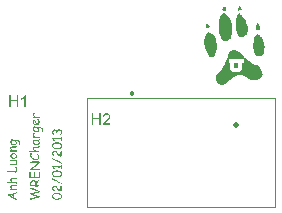
<source format=gto>
%FSLAX25Y25*%
%MOIN*%
G70*
G01*
G75*
G04 Layer_Color=65535*
%ADD10R,0.01969X0.07874*%
%ADD11R,0.03143X0.10268*%
%ADD12R,0.03543X0.10268*%
%ADD13R,0.06000X0.24016*%
%ADD14C,0.01600*%
%ADD15C,0.06299*%
%ADD16C,0.09449*%
%ADD17C,0.09843*%
%ADD18C,0.02000*%
%ADD19C,0.00394*%
%ADD20C,0.01378*%
G36*
X209964Y318018D02*
X210019Y318001D01*
X210069Y317973D01*
X210075D01*
X210080Y317962D01*
X210108Y317934D01*
X210136Y317885D01*
X210141Y317851D01*
X210147Y317812D01*
Y317807D01*
Y317790D01*
X210136Y317768D01*
X210125Y317740D01*
X210108Y317707D01*
X210080Y317674D01*
X210041Y317640D01*
X209991Y317613D01*
X209986D01*
X209969Y317601D01*
X209947Y317590D01*
X209919Y317574D01*
X209869Y317541D01*
X209847Y317518D01*
X209830Y317502D01*
X209825Y317491D01*
X209819Y317479D01*
X209814Y317457D01*
Y317429D01*
X209808Y317391D01*
X209803Y317346D01*
Y317285D01*
Y317280D01*
Y317274D01*
X209808Y317257D01*
Y317230D01*
X209819Y317202D01*
X209825Y317169D01*
X209858Y317085D01*
X209886Y317035D01*
X209914Y316986D01*
X209953Y316930D01*
X209997Y316869D01*
X210052Y316808D01*
X210114Y316747D01*
X210186Y316675D01*
X210269Y316608D01*
X210274Y316603D01*
X210297Y316586D01*
X210330Y316564D01*
X210374Y316530D01*
X210430Y316492D01*
X210496Y316453D01*
X210569Y316403D01*
X210652Y316358D01*
X210741Y316314D01*
X210835Y316269D01*
X210929Y316225D01*
X211029Y316186D01*
X211135Y316153D01*
X211240Y316131D01*
X211346Y316114D01*
X211451Y316109D01*
X211462D01*
X211495Y316114D01*
X211545Y316120D01*
X211612Y316131D01*
X211684Y316153D01*
X211762Y316181D01*
X211840Y316225D01*
X211917Y316281D01*
X211928Y316286D01*
X211951Y316314D01*
X211978Y316353D01*
X212017Y316403D01*
X212056Y316464D01*
X212084Y316536D01*
X212106Y316619D01*
X212117Y316708D01*
Y316719D01*
Y316747D01*
X212111Y316786D01*
X212100Y316847D01*
X212089Y316908D01*
X212073Y316986D01*
X212045Y317063D01*
X212006Y317146D01*
X212000Y317152D01*
X211995Y317169D01*
X211978Y317196D01*
X211951Y317235D01*
X211917Y317291D01*
X211873Y317352D01*
X211823Y317429D01*
X211756Y317518D01*
X211751Y317524D01*
X211740Y317535D01*
X211729Y317557D01*
X211712Y317585D01*
X211679Y317640D01*
X211673Y317668D01*
X211667Y317696D01*
Y317702D01*
Y317713D01*
X211673Y317729D01*
X211679Y317751D01*
X211695Y317801D01*
X211718Y317829D01*
X211740Y317851D01*
X211745Y317857D01*
X211751Y317862D01*
X211784Y317885D01*
X211828Y317901D01*
X211862Y317912D01*
X211906D01*
X211923Y317907D01*
X211945Y317901D01*
X211973Y317890D01*
X212000Y317879D01*
X212028Y317857D01*
X212056Y317829D01*
X212062Y317824D01*
X212078Y317807D01*
X212100Y317774D01*
X212134Y317735D01*
X212173Y317685D01*
X212211Y317624D01*
X212256Y317557D01*
X212300Y317479D01*
X212350Y317402D01*
X212394Y317313D01*
X212433Y317219D01*
X212472Y317124D01*
X212506Y317024D01*
X212528Y316919D01*
X212544Y316813D01*
X212550Y316708D01*
Y316702D01*
Y316691D01*
Y316664D01*
X212544Y316636D01*
X212539Y316597D01*
X212533Y316558D01*
X212506Y316453D01*
X212467Y316342D01*
X212439Y316281D01*
X212411Y316214D01*
X212372Y316153D01*
X212328Y316092D01*
X212278Y316031D01*
X212217Y315975D01*
X212211Y315970D01*
X212200Y315964D01*
X212184Y315948D01*
X212161Y315931D01*
X212128Y315909D01*
X212089Y315887D01*
X212051Y315859D01*
X212000Y315831D01*
X211890Y315776D01*
X211762Y315731D01*
X211617Y315698D01*
X211540Y315692D01*
X211457Y315687D01*
X211423D01*
X211385Y315692D01*
X211334Y315698D01*
X211268Y315704D01*
X211190Y315720D01*
X211101Y315737D01*
X211007Y315759D01*
X210902Y315792D01*
X210785Y315831D01*
X210663Y315881D01*
X210541Y315936D01*
X210408Y316003D01*
X210274Y316086D01*
X210136Y316175D01*
X209997Y316281D01*
X209991Y316286D01*
X209969Y316303D01*
X209941Y316331D01*
X209897Y316370D01*
X209853Y316414D01*
X209797Y316464D01*
X209742Y316525D01*
X209681Y316591D01*
X209625Y316669D01*
X209570Y316747D01*
X209514Y316830D01*
X209470Y316913D01*
X209425Y317008D01*
X209398Y317096D01*
X209375Y317191D01*
X209370Y317285D01*
Y317291D01*
Y317302D01*
Y317324D01*
Y317346D01*
X209375Y317407D01*
X209381Y317468D01*
Y317474D01*
Y317485D01*
X209386Y317518D01*
X209398Y317563D01*
X209414Y317613D01*
X209409Y317618D01*
X209398Y317624D01*
X209381Y317640D01*
X209359Y317663D01*
X209336Y317690D01*
X209320Y317724D01*
X209309Y317762D01*
X209303Y317807D01*
Y317812D01*
X209309Y317829D01*
X209314Y317857D01*
X209325Y317885D01*
X209353Y317912D01*
X209386Y317946D01*
X209431Y317968D01*
X209497Y317985D01*
X209503D01*
X209525Y317990D01*
X209564Y317996D01*
X209614Y318007D01*
X209675Y318012D01*
X209747Y318018D01*
X209825Y318023D01*
X209947D01*
X209964Y318018D01*
D02*
G37*
G36*
X212478Y320343D02*
X212522Y320321D01*
X212544Y320304D01*
X212567Y320282D01*
X212578Y320271D01*
X212594Y320243D01*
X212617Y320193D01*
X212622Y320166D01*
X212628Y320132D01*
Y320127D01*
Y320110D01*
X212617Y320082D01*
X212606Y320055D01*
X212589Y320021D01*
X212561Y319988D01*
X212522Y319960D01*
X212472Y319938D01*
X212467D01*
X212439Y319933D01*
X212400Y319921D01*
X212345Y319910D01*
X212278Y319894D01*
X212195Y319877D01*
X212095Y319866D01*
X211984Y319849D01*
X211973D01*
X211956Y319844D01*
X211934D01*
X211878Y319838D01*
X211806Y319833D01*
X211729Y319827D01*
X211640Y319822D01*
X211557Y319816D01*
X211390D01*
X211357Y319822D01*
X211279D01*
X211251Y319827D01*
X211112D01*
X211090Y319822D01*
X211024Y319816D01*
X210951Y319805D01*
X210879Y319777D01*
X210813Y319744D01*
X210791Y319722D01*
X210768Y319694D01*
X210757Y319661D01*
X210752Y319627D01*
Y319622D01*
Y319616D01*
X210757Y319583D01*
X210763Y319533D01*
X210780Y319466D01*
X210813Y319394D01*
X210857Y319317D01*
X210913Y319233D01*
X210951Y319189D01*
X210996Y319150D01*
X211001Y319145D01*
X211024Y319133D01*
X211057Y319106D01*
X211101Y319072D01*
X211168Y319033D01*
X211251Y318984D01*
X211351Y318928D01*
X211468Y318861D01*
X211656D01*
X211729Y318856D01*
X211890D01*
X212051Y318845D01*
X212134Y318839D01*
X212206Y318834D01*
X212278Y318828D01*
X212333Y318817D01*
X212383Y318806D01*
X212417Y318795D01*
X212422D01*
X212439Y318784D01*
X212456Y318767D01*
X212478Y318750D01*
X212506Y318723D01*
X212522Y318689D01*
X212539Y318651D01*
X212544Y318606D01*
Y318601D01*
Y318589D01*
X212539Y318573D01*
Y318556D01*
X212522Y318501D01*
X212489Y318451D01*
X212483D01*
X212478Y318440D01*
X212450Y318423D01*
X212400Y318401D01*
X212372Y318395D01*
X212345Y318390D01*
X212322D01*
X212295Y318395D01*
X212256Y318406D01*
X212250D01*
X212245Y318412D01*
X212223D01*
X212195Y318417D01*
X212156D01*
X212100Y318423D01*
X212034Y318428D01*
X211945D01*
X211634Y318434D01*
X210097Y318445D01*
X210052D01*
X210008Y318451D01*
X209897D01*
X209836Y318456D01*
X209675D01*
X209614Y318445D01*
X209542Y318434D01*
X209525D01*
X209509Y318428D01*
X209481D01*
X209420Y318423D01*
X209342Y318417D01*
X209325D01*
X209292Y318423D01*
X209242Y318445D01*
X209220Y318456D01*
X209198Y318478D01*
X209192Y318484D01*
X209187Y318490D01*
X209164Y318523D01*
X209148Y318567D01*
X209137Y318595D01*
Y318628D01*
Y318634D01*
Y318656D01*
X209148Y318684D01*
X209159Y318717D01*
X209181Y318756D01*
X209214Y318789D01*
X209264Y318817D01*
X209325Y318834D01*
X209336D01*
X209359Y318839D01*
X209398Y318845D01*
X209448Y318850D01*
X209503Y318856D01*
X209564Y318861D01*
X209692Y318867D01*
X209830D01*
X209897Y318861D01*
X209975D01*
X210058Y318856D01*
X210147Y318850D01*
X210186D01*
X210230Y318845D01*
X210358D01*
X210435Y318839D01*
X210608D01*
X210791Y318845D01*
X210780Y318850D01*
X210752Y318872D01*
X210713Y318911D01*
X210663Y318956D01*
X210608Y319011D01*
X210552Y319072D01*
X210496Y319139D01*
X210447Y319211D01*
X210441Y319222D01*
X210430Y319244D01*
X210408Y319283D01*
X210385Y319339D01*
X210369Y319400D01*
X210347Y319466D01*
X210335Y319544D01*
X210330Y319627D01*
Y319633D01*
Y319644D01*
Y319661D01*
X210335Y319683D01*
X210341Y319744D01*
X210358Y319822D01*
X210385Y319899D01*
X210424Y319977D01*
X210480Y320049D01*
X210558Y320110D01*
X210563Y320116D01*
X210591Y320127D01*
X210630Y320138D01*
X210685Y320155D01*
X210757Y320177D01*
X210852Y320193D01*
X210963Y320204D01*
X211096Y320216D01*
X211501Y320227D01*
X211934Y320271D01*
X211945D01*
X211978Y320277D01*
X212023Y320282D01*
X212084Y320288D01*
X212150Y320299D01*
X212223Y320310D01*
X212295Y320327D01*
X212367Y320338D01*
X212372D01*
X212389Y320343D01*
X212411Y320349D01*
X212439D01*
X212478Y320343D01*
D02*
G37*
G36*
X211174Y315315D02*
X211601D01*
X211718Y315309D01*
X212084D01*
X212117Y315304D01*
X212167Y315298D01*
X212223Y315293D01*
X212289Y315282D01*
X212372Y315271D01*
X212383D01*
X212406Y315265D01*
X212439Y315248D01*
X212478Y315232D01*
X212517Y315204D01*
X212550Y315165D01*
X212572Y315115D01*
X212583Y315049D01*
Y315043D01*
Y315026D01*
X212578Y315004D01*
X212567Y314971D01*
X212544Y314932D01*
X212522Y314888D01*
X212483Y314832D01*
X212433Y314777D01*
X212422Y314766D01*
X212394Y314738D01*
X212350Y314688D01*
X212284Y314627D01*
X212200Y314544D01*
X212095Y314444D01*
X211978Y314333D01*
X211840Y314211D01*
X211684Y314066D01*
X211507Y313916D01*
X211318Y313755D01*
X211107Y313583D01*
X210879Y313400D01*
X210641Y313211D01*
X210380Y313012D01*
X210102Y312806D01*
X210580Y312795D01*
X211057Y312790D01*
X211351D01*
X211457Y312795D01*
X211634D01*
X211701Y312801D01*
X211862D01*
X211951Y312806D01*
X212156D01*
X212195Y312801D01*
X212234D01*
X212284Y312795D01*
X212383Y312779D01*
X212489Y312751D01*
X212539Y312734D01*
X212578Y312712D01*
X212617Y312690D01*
X212644Y312656D01*
X212661Y312623D01*
X212667Y312584D01*
Y312579D01*
Y312568D01*
X212661Y312545D01*
X212655Y312523D01*
X212633Y312462D01*
X212617Y312435D01*
X212589Y312407D01*
X212583D01*
X212578Y312396D01*
X212544Y312379D01*
X212500Y312357D01*
X212472Y312351D01*
X212439Y312346D01*
X212372D01*
X212333Y312351D01*
X212234D01*
X212173Y312357D01*
X212145D01*
X212111Y312362D01*
X212073D01*
X211984Y312368D01*
X211812D01*
X211756Y312373D01*
X211606D01*
X211518Y312379D01*
X211473D01*
X211429Y312385D01*
X211307D01*
X211246Y312390D01*
X210968D01*
X210896Y312385D01*
X210813D01*
X210713Y312379D01*
X210552D01*
X210485Y312373D01*
X210236D01*
X210191Y312368D01*
X210136D01*
X210069Y312362D01*
X209991Y312357D01*
X209897Y312346D01*
X209886D01*
X209853Y312340D01*
X209808D01*
X209747Y312335D01*
X209686Y312329D01*
X209619D01*
X209559Y312323D01*
X209486D01*
X209470Y312329D01*
X209442Y312335D01*
X209414Y312346D01*
X209386Y312357D01*
X209353Y312379D01*
X209325Y312407D01*
X209320Y312412D01*
X209314Y312423D01*
X209298Y312440D01*
X209281Y312462D01*
X209253Y312523D01*
X209248Y312557D01*
X209242Y312595D01*
Y312601D01*
X209248Y312618D01*
X209253Y312640D01*
X209270Y312673D01*
X209303Y312712D01*
X209348Y312762D01*
X209403Y312812D01*
X209442Y312845D01*
X209486Y312873D01*
X209497Y312878D01*
X209520Y312895D01*
X209564Y312923D01*
X209619Y312962D01*
X209686Y313006D01*
X209764Y313062D01*
X209853Y313123D01*
X209947Y313189D01*
X210047Y313256D01*
X210152Y313334D01*
X210369Y313489D01*
X210585Y313655D01*
X210691Y313739D01*
X210791Y313816D01*
X210796Y313822D01*
X210818Y313839D01*
X210852Y313866D01*
X210896Y313905D01*
X210951Y313950D01*
X211013Y314005D01*
X211090Y314066D01*
X211168Y314138D01*
X211257Y314216D01*
X211351Y314299D01*
X211445Y314388D01*
X211545Y314488D01*
X211756Y314693D01*
X211967Y314910D01*
X211762D01*
X211701Y314904D01*
X211434Y314899D01*
X211201D01*
X211112Y314893D01*
X210907D01*
X210791Y314888D01*
X210668Y314882D01*
X210424Y314871D01*
X210186Y314854D01*
X210069Y314843D01*
X209964Y314832D01*
X209953D01*
X209941Y314826D01*
X209919Y314821D01*
X209886Y314815D01*
X209853Y314804D01*
X209803Y314793D01*
X209747Y314777D01*
X209742D01*
X209725Y314771D01*
X209697Y314766D01*
X209664Y314760D01*
X209592Y314743D01*
X209553Y314738D01*
X209509D01*
X209481Y314743D01*
X209442Y314749D01*
X209398Y314766D01*
X209353Y314793D01*
X209314Y314826D01*
X209286Y314882D01*
X209276Y314915D01*
Y314954D01*
Y314960D01*
Y314971D01*
X209286Y314987D01*
X209298Y315010D01*
X209314Y315037D01*
X209348Y315071D01*
X209392Y315104D01*
X209448Y315137D01*
X209520Y315171D01*
X209608Y315204D01*
X209719Y315237D01*
X209781Y315248D01*
X209853Y315265D01*
X209925Y315276D01*
X210008Y315287D01*
X210097Y315298D01*
X210191Y315304D01*
X210291Y315309D01*
X210402Y315315D01*
X210519Y315320D01*
X211035D01*
X211174Y315315D01*
D02*
G37*
G36*
X212339Y309249D02*
X212356D01*
X212411Y309227D01*
X212433Y309210D01*
X212461Y309188D01*
Y309182D01*
X212472Y309177D01*
X212489Y309143D01*
X212511Y309099D01*
X212517Y309066D01*
X212522Y309038D01*
Y309032D01*
Y309027D01*
X212511Y308988D01*
X212494Y308944D01*
X212478Y308916D01*
X212456Y308888D01*
X212450Y308882D01*
X212428Y308855D01*
X212389Y308816D01*
X212345Y308766D01*
X212289Y308699D01*
X212228Y308622D01*
X212156Y308533D01*
X212084Y308438D01*
X212006Y308328D01*
X211928Y308205D01*
X211856Y308083D01*
X211778Y307944D01*
X211706Y307806D01*
X211640Y307662D01*
X211584Y307506D01*
X211534Y307351D01*
X211945Y307367D01*
X212361Y307379D01*
X212378D01*
X212394Y307373D01*
X212411D01*
X212461Y307351D01*
X212489Y307340D01*
X212511Y307317D01*
X212522Y307306D01*
X212539Y307278D01*
X212561Y307229D01*
X212567Y307201D01*
X212572Y307168D01*
Y307162D01*
Y307151D01*
X212567Y307134D01*
Y307112D01*
X212544Y307062D01*
X212533Y307034D01*
X212511Y307012D01*
X212506D01*
X212500Y307001D01*
X212467Y306984D01*
X212422Y306968D01*
X212361Y306957D01*
X212239D01*
X212167Y306951D01*
X212084D01*
X211984Y306946D01*
X211867Y306940D01*
X211812D01*
X211751Y306934D01*
X211679D01*
X211601Y306929D01*
X211518D01*
X211434Y306923D01*
X211290D01*
X211224Y306929D01*
X211146Y306934D01*
X211046Y306940D01*
X210929Y306951D01*
X210796Y306962D01*
X210780D01*
X210757Y306968D01*
X210735D01*
X210702Y306973D01*
X210663Y306979D01*
X210580Y306984D01*
X210485Y306996D01*
X210391Y307001D01*
X210302Y307007D01*
X210141D01*
X210097Y307001D01*
X210041Y306996D01*
X209980Y306990D01*
X209908Y306984D01*
X209875D01*
X209836Y306979D01*
X209786D01*
X209681Y306973D01*
X209631Y306968D01*
X209564D01*
X209542Y306973D01*
X209514Y306979D01*
X209448Y306996D01*
X209414Y307012D01*
X209381Y307034D01*
X209375Y307040D01*
X209364Y307051D01*
X209348Y307068D01*
X209325Y307090D01*
X209309Y307123D01*
X209292Y307156D01*
X209276Y307201D01*
Y307251D01*
X209320Y307756D01*
Y307761D01*
Y307767D01*
X209325Y307784D01*
Y307806D01*
X209336Y307856D01*
X209348Y307928D01*
X209370Y308000D01*
X209392Y308083D01*
X209420Y308167D01*
X209459Y308244D01*
X209464Y308255D01*
X209481Y308283D01*
X209503Y308322D01*
X209536Y308377D01*
X209581Y308444D01*
X209636Y308511D01*
X209697Y308588D01*
X209764Y308672D01*
X209842Y308749D01*
X209925Y308827D01*
X210019Y308899D01*
X210114Y308960D01*
X210219Y309016D01*
X210330Y309055D01*
X210441Y309082D01*
X210563Y309093D01*
X210596D01*
X210619Y309088D01*
X210674Y309077D01*
X210752Y309055D01*
X210841Y309021D01*
X210935Y308971D01*
X210979Y308938D01*
X211029Y308899D01*
X211079Y308849D01*
X211124Y308799D01*
X211135Y308788D01*
X211157Y308760D01*
X211190Y308705D01*
X211235Y308638D01*
X211284Y308555D01*
X211334Y308455D01*
X211379Y308344D01*
X211423Y308222D01*
X211429Y308228D01*
X211440Y308250D01*
X211457Y308283D01*
X211484Y308328D01*
X211518Y308383D01*
X211557Y308444D01*
X211595Y308516D01*
X211645Y308588D01*
X211756Y308744D01*
X211884Y308910D01*
X212017Y309066D01*
X212089Y309132D01*
X212161Y309199D01*
X212167D01*
X212173Y309210D01*
X212206Y309227D01*
X212250Y309243D01*
X212306Y309254D01*
X212322D01*
X212339Y309249D01*
D02*
G37*
G36*
X209509Y311924D02*
X209559Y311907D01*
X209608Y311874D01*
X209619Y311863D01*
X209642Y311830D01*
X209664Y311785D01*
X209669Y311752D01*
X209675Y311719D01*
Y311713D01*
Y311702D01*
Y311680D01*
X209669Y311658D01*
Y311652D01*
X209664Y311641D01*
X209658Y311624D01*
X209653Y311596D01*
X209647Y311563D01*
X209636Y311530D01*
X209614Y311441D01*
X209597Y311336D01*
X209581Y311219D01*
X209570Y311097D01*
X209564Y310969D01*
Y310964D01*
Y310942D01*
Y310903D01*
X209570Y310858D01*
Y310803D01*
X209575Y310736D01*
X209586Y310670D01*
X209597Y310592D01*
Y310581D01*
X209603Y310559D01*
X209608Y310514D01*
X209619Y310464D01*
X209636Y310398D01*
X209653Y310326D01*
X209669Y310242D01*
X209692Y310159D01*
X209697D01*
X209714Y310165D01*
X209742D01*
X209769Y310170D01*
X209842Y310176D01*
X210075D01*
X210119Y310170D01*
X210236D01*
X210302Y310165D01*
X210374D01*
X210452Y310159D01*
X210530Y310154D01*
X210713Y310142D01*
X210630Y311058D01*
Y311064D01*
Y311075D01*
X210624Y311097D01*
Y311125D01*
X210613Y311191D01*
X210608Y311275D01*
X210596Y311358D01*
X210591Y311441D01*
X210585Y311508D01*
Y311535D01*
Y311558D01*
Y311563D01*
Y311574D01*
X210591Y311591D01*
Y311613D01*
X210613Y311663D01*
X210624Y311691D01*
X210646Y311713D01*
Y311719D01*
X210657Y311724D01*
X210691Y311746D01*
X210741Y311769D01*
X210774Y311780D01*
X210813D01*
X210835Y311774D01*
X210868Y311769D01*
X210902Y311757D01*
X210941Y311730D01*
X210974Y311696D01*
X211001Y311646D01*
X211018Y311580D01*
X211063Y311080D01*
X211146Y310115D01*
X211174D01*
X211201Y310109D01*
X211235D01*
X211279Y310104D01*
X211329D01*
X211429Y310098D01*
X211790D01*
X211828Y310104D01*
X211917Y310109D01*
X212012Y310115D01*
X212100Y310126D01*
X212139Y310131D01*
X212173Y310142D01*
X212200Y310154D01*
X212223Y310165D01*
Y310170D01*
X212234Y310176D01*
X212239Y310198D01*
X212250Y310226D01*
X212261Y310264D01*
X212267Y310326D01*
X212278Y310398D01*
Y310492D01*
Y310498D01*
Y310514D01*
Y310547D01*
Y310586D01*
Y310642D01*
Y310708D01*
X212272Y310792D01*
Y310880D01*
Y310886D01*
Y310892D01*
Y310925D01*
X212267Y310969D01*
Y311030D01*
Y311091D01*
X212261Y311158D01*
Y311219D01*
Y311275D01*
Y311286D01*
Y311308D01*
X212256Y311347D01*
X212250Y311397D01*
Y311402D01*
X212245Y311408D01*
X212239Y311441D01*
X212234Y311485D01*
Y311519D01*
Y311530D01*
X212239Y311552D01*
X212245Y311591D01*
X212261Y311635D01*
X212289Y311674D01*
X212328Y311713D01*
X212383Y311735D01*
X212456Y311746D01*
X212483D01*
X212511Y311735D01*
X212544Y311724D01*
X212583Y311702D01*
X212617Y311669D01*
X212644Y311624D01*
X212661Y311563D01*
Y311552D01*
X212667Y311541D01*
Y311524D01*
X212672Y311496D01*
Y311469D01*
X212678Y311430D01*
X212683Y311386D01*
X212689Y311330D01*
Y311269D01*
X212694Y311197D01*
X212700Y311119D01*
Y311030D01*
X212705Y310936D01*
Y310825D01*
Y310708D01*
Y310703D01*
Y310681D01*
Y310647D01*
X212700Y310603D01*
Y310553D01*
X212694Y310492D01*
X212683Y310359D01*
X212661Y310220D01*
X212633Y310081D01*
X212611Y310020D01*
X212589Y309965D01*
X212561Y309915D01*
X212533Y309876D01*
X212522Y309865D01*
X212511Y309859D01*
X212494Y309843D01*
X212472Y309832D01*
X212439Y309815D01*
X212400Y309793D01*
X212356Y309776D01*
X212306Y309759D01*
X212245Y309737D01*
X212173Y309721D01*
X212095Y309710D01*
X212006Y309693D01*
X211906Y309687D01*
X211795Y309676D01*
X211495D01*
X211385Y309682D01*
X211323D01*
X211279Y309687D01*
X211229D01*
X211174Y309693D01*
X211040Y309698D01*
X211029Y309693D01*
X211007Y309687D01*
X210974Y309682D01*
X210935Y309676D01*
X210924D01*
X210891Y309682D01*
X210852Y309693D01*
X210807Y309715D01*
X210780D01*
X210752Y309721D01*
X210707D01*
X210657Y309726D01*
X210602Y309732D01*
X210535D01*
X210469Y309737D01*
X210324Y309748D01*
X210174Y309754D01*
X210036Y309759D01*
X209858D01*
X209825Y309754D01*
X209786Y309748D01*
X209736Y309743D01*
X209686Y309737D01*
X209681D01*
X209658Y309732D01*
X209631D01*
X209597Y309726D01*
X209520Y309721D01*
X209486Y309715D01*
X209442D01*
X209414Y309721D01*
X209375Y309726D01*
X209325Y309743D01*
X209281Y309765D01*
X209242Y309804D01*
X209214Y309854D01*
X209203Y309887D01*
Y309920D01*
Y309926D01*
Y309937D01*
X209209Y309954D01*
Y309976D01*
X209231Y310026D01*
X209248Y310048D01*
X209270Y310076D01*
Y310081D01*
X209264Y310087D01*
X209259Y310120D01*
X209248Y310165D01*
X209231Y310231D01*
X209214Y310303D01*
X209192Y310381D01*
X209164Y310547D01*
Y310559D01*
X209159Y310586D01*
X209153Y310631D01*
X209148Y310686D01*
X209142Y310753D01*
X209137Y310820D01*
X209131Y310969D01*
Y310975D01*
Y310992D01*
Y311019D01*
Y311053D01*
X209137Y311097D01*
Y311147D01*
X209142Y311202D01*
X209148Y311263D01*
X209159Y311391D01*
X209181Y311530D01*
X209214Y311663D01*
X209253Y311785D01*
Y311791D01*
X209264Y311807D01*
X209281Y311830D01*
X209303Y311857D01*
X209331Y311885D01*
X209364Y311907D01*
X209409Y311924D01*
X209459Y311929D01*
X209470D01*
X209509Y311924D01*
D02*
G37*
G36*
X212494Y322696D02*
X212539Y322674D01*
X212561Y322663D01*
X212583Y322641D01*
X212594Y322630D01*
X212611Y322602D01*
X212628Y322558D01*
X212639Y322502D01*
Y322497D01*
X212628Y322469D01*
X212617Y322452D01*
X212600Y322425D01*
X212578Y322397D01*
X212544Y322358D01*
X212539Y322352D01*
X212528Y322341D01*
X212517Y322325D01*
X212494Y322308D01*
X212444Y322258D01*
X212389Y322219D01*
X212394Y322208D01*
X212406Y322186D01*
X212428Y322147D01*
X212450Y322103D01*
X212478Y322047D01*
X212506Y321986D01*
X212556Y321864D01*
Y321858D01*
X212567Y321836D01*
X212572Y321808D01*
X212583Y321775D01*
X212600Y321692D01*
X212611Y321609D01*
Y321603D01*
Y321586D01*
Y321564D01*
X212606Y321531D01*
X212600Y321486D01*
X212594Y321442D01*
X212578Y321337D01*
X212544Y321215D01*
X212494Y321098D01*
X212467Y321042D01*
X212428Y320987D01*
X212389Y320937D01*
X212339Y320893D01*
X212333D01*
X212328Y320882D01*
X212311Y320876D01*
X212289Y320859D01*
X212261Y320843D01*
X212228Y320826D01*
X212189Y320810D01*
X212139Y320787D01*
X212089Y320765D01*
X212028Y320748D01*
X211962Y320732D01*
X211890Y320715D01*
X211812Y320704D01*
X211729Y320693D01*
X211640Y320682D01*
X211490D01*
X211457Y320687D01*
X211412Y320693D01*
X211362Y320698D01*
X211307Y320709D01*
X211240Y320726D01*
X211107Y320765D01*
X211035Y320798D01*
X210963Y320832D01*
X210891Y320870D01*
X210813Y320915D01*
X210741Y320970D01*
X210674Y321031D01*
X210668Y321037D01*
X210657Y321048D01*
X210641Y321065D01*
X210619Y321093D01*
X210591Y321126D01*
X210558Y321170D01*
X210524Y321215D01*
X210491Y321265D01*
X210458Y321326D01*
X210424Y321387D01*
X210363Y321531D01*
X210341Y321609D01*
X210324Y321692D01*
X210313Y321775D01*
X210308Y321864D01*
Y321875D01*
Y321897D01*
X210313Y321936D01*
X210319Y321986D01*
X210330Y322047D01*
X210352Y322114D01*
X210374Y322191D01*
X210408Y322275D01*
Y322280D01*
X210413Y322286D01*
X210430Y322319D01*
X210452Y322363D01*
X210485Y322419D01*
X210530Y322469D01*
X210574Y322513D01*
X210630Y322547D01*
X210657Y322552D01*
X210691Y322558D01*
X210702D01*
X210724Y322552D01*
X210757Y322541D01*
X210791Y322519D01*
X210796D01*
X210807Y322513D01*
X210824D01*
X210852Y322508D01*
X210891Y322502D01*
X210935Y322497D01*
X210985Y322491D01*
X211052Y322486D01*
X211085D01*
X211124Y322480D01*
X211246D01*
X211323Y322474D01*
X211667D01*
X211734Y322480D01*
X211801Y322486D01*
X211873Y322497D01*
X211934Y322508D01*
X211939D01*
X211951Y322513D01*
X211978Y322519D01*
X212012Y322535D01*
X212062Y322552D01*
X212128Y322574D01*
X212206Y322602D01*
X212300Y322641D01*
X212306D01*
X212328Y322652D01*
X212361Y322663D01*
X212411Y322685D01*
X212450Y322702D01*
X212461D01*
X212494Y322696D01*
D02*
G37*
G36*
X210935Y331410D02*
X210963D01*
X210990Y331404D01*
X211035Y331393D01*
X211079Y331377D01*
X211129Y331349D01*
X211174Y331316D01*
X211201Y331266D01*
X211207Y331232D01*
X211212Y331199D01*
Y331193D01*
X211207Y331171D01*
X211201Y331144D01*
X211185Y331110D01*
X211162Y331077D01*
X211124Y331049D01*
X211074Y331027D01*
X211007Y331021D01*
X210929D01*
X210896Y331016D01*
X210857D01*
X210680Y331010D01*
Y331005D01*
Y330994D01*
X210685Y330977D01*
X210691Y330955D01*
X210702Y330894D01*
X210718Y330822D01*
X210746Y330733D01*
X210780Y330644D01*
X210818Y330555D01*
X210868Y330478D01*
X210874Y330472D01*
X210896Y330444D01*
X210924Y330411D01*
X210974Y330367D01*
X211029Y330317D01*
X211101Y330267D01*
X211185Y330217D01*
X211279Y330167D01*
X212428Y330172D01*
X212439D01*
X212461Y330167D01*
X212494Y330161D01*
X212533Y330145D01*
X212572Y330122D01*
X212606Y330083D01*
X212628Y330034D01*
X212639Y329961D01*
Y329956D01*
X212633Y329934D01*
X212628Y329906D01*
X212611Y329873D01*
X212589Y329834D01*
X212550Y329806D01*
X212500Y329784D01*
X212428Y329778D01*
X210835D01*
X210796Y329784D01*
X210696D01*
X210668Y329789D01*
X210530D01*
X210507Y329795D01*
X210474Y329801D01*
X210430Y329812D01*
X210391Y329834D01*
X210358Y329867D01*
X210335Y329911D01*
X210324Y329973D01*
Y329984D01*
X210330Y330006D01*
X210341Y330039D01*
X210369Y330078D01*
X210413Y330117D01*
X210441Y330133D01*
X210474Y330150D01*
X210513Y330161D01*
X210563Y330172D01*
X210619Y330178D01*
X210680Y330183D01*
X210674Y330189D01*
X210663Y330200D01*
X210641Y330222D01*
X210619Y330256D01*
X210591Y330289D01*
X210558Y330339D01*
X210519Y330389D01*
X210480Y330444D01*
X210447Y330511D01*
X210408Y330577D01*
X210347Y330727D01*
X210324Y330811D01*
X210302Y330899D01*
X210291Y330988D01*
X210286Y331077D01*
Y331083D01*
Y331105D01*
X210291Y331133D01*
X210302Y331171D01*
X210319Y331210D01*
X210341Y331255D01*
X210374Y331293D01*
X210419Y331327D01*
X210424Y331332D01*
X210441Y331343D01*
X210474Y331354D01*
X210513Y331371D01*
X210569Y331388D01*
X210635Y331404D01*
X210713Y331410D01*
X210802Y331416D01*
X210913D01*
X210935Y331410D01*
D02*
G37*
G36*
X204883Y305059D02*
X204906D01*
X204956Y305036D01*
X204978Y305020D01*
X205000Y304997D01*
Y304992D01*
X205011Y304986D01*
X205028Y304953D01*
X205050Y304909D01*
X205055Y304875D01*
X205061Y304848D01*
Y304837D01*
X205055Y304814D01*
X205033Y304781D01*
X205022Y304759D01*
X205000Y304731D01*
X204972Y304709D01*
X204939Y304681D01*
X204900Y304653D01*
X204856Y304626D01*
X204800Y304592D01*
X204734Y304565D01*
X204656Y304537D01*
X204573Y304509D01*
X204562D01*
X204534Y304498D01*
X204489Y304487D01*
X204417Y304470D01*
X204378Y304459D01*
X204328Y304454D01*
X204273Y304437D01*
X204212Y304426D01*
X204151Y304415D01*
X204073Y304398D01*
X203995Y304387D01*
X203912Y304370D01*
Y304359D01*
X203918Y304331D01*
X203923Y304287D01*
X203934Y304221D01*
X203951Y304143D01*
X203968Y304048D01*
X203984Y303937D01*
X204012Y303815D01*
X204129Y303260D01*
X204134D01*
X204140Y303255D01*
X204156Y303249D01*
X204179Y303238D01*
X204206Y303227D01*
X204245Y303216D01*
X204284Y303194D01*
X204334Y303177D01*
X204390Y303149D01*
X204445Y303127D01*
X204512Y303094D01*
X204584Y303061D01*
X204661Y303027D01*
X204745Y302983D01*
X204839Y302944D01*
X204933Y302894D01*
X204939Y302888D01*
X204950Y302883D01*
X204972Y302866D01*
X204989Y302844D01*
X205033Y302789D01*
X205044Y302750D01*
X205050Y302711D01*
Y302705D01*
Y302700D01*
X205044Y302661D01*
X205028Y302611D01*
X204995Y302561D01*
X204989D01*
X204983Y302550D01*
X204950Y302533D01*
X204906Y302511D01*
X204872Y302505D01*
X204839Y302500D01*
X204834D01*
X204811Y302505D01*
X204795Y302511D01*
X204772Y302517D01*
X204745Y302528D01*
X204706Y302539D01*
X204661Y302555D01*
X204606Y302578D01*
X204545Y302606D01*
X204473Y302633D01*
X204390Y302672D01*
X204295Y302711D01*
X204190Y302761D01*
X204073Y302816D01*
X204062Y302811D01*
X204034Y302800D01*
X203995Y302783D01*
X203945Y302778D01*
X203940D01*
X203918Y302783D01*
X203890Y302789D01*
X203857Y302805D01*
X203818Y302827D01*
X203784Y302866D01*
X203751Y302916D01*
X203729Y302983D01*
X203724Y302988D01*
X203707Y302994D01*
X203685Y303005D01*
X203651Y303027D01*
X203607Y303049D01*
X203557Y303077D01*
X203496Y303111D01*
X203429Y303149D01*
X203357Y303188D01*
X203279Y303238D01*
X203196Y303288D01*
X203102Y303338D01*
X202908Y303455D01*
X202697Y303588D01*
X202686Y303593D01*
X202663Y303610D01*
X202625Y303632D01*
X202569Y303665D01*
X202514Y303710D01*
X202442Y303754D01*
X202297Y303854D01*
X202153Y303960D01*
X202081Y304010D01*
X202020Y304060D01*
X201970Y304110D01*
X201931Y304148D01*
X201909Y304182D01*
X201898Y304209D01*
Y304215D01*
X201903Y304237D01*
X201909Y304265D01*
X201925Y304298D01*
X201953Y304337D01*
X201997Y304376D01*
X202053Y304409D01*
X202131Y304437D01*
X202835Y304565D01*
X204295Y304881D01*
X204628Y305003D01*
X204634Y305009D01*
X204656Y305014D01*
X204684Y305025D01*
X204717Y305036D01*
X204789Y305053D01*
X204822Y305064D01*
X204867D01*
X204883Y305059D01*
D02*
G37*
G36*
X212089Y329390D02*
X212134Y329373D01*
X212189Y329351D01*
X212250Y329301D01*
X212284Y329273D01*
X212317Y329234D01*
X212356Y329195D01*
X212389Y329140D01*
X212422Y329084D01*
X212456Y329018D01*
Y329012D01*
X212461Y329001D01*
X212467Y328985D01*
X212478Y328962D01*
X212489Y328935D01*
X212500Y328901D01*
X212522Y328818D01*
X212550Y328724D01*
X212572Y328618D01*
X212589Y328507D01*
X212594Y328391D01*
Y328385D01*
Y328369D01*
Y328346D01*
X212589Y328313D01*
Y328274D01*
X212583Y328224D01*
X212567Y328119D01*
X212539Y327997D01*
X212494Y327869D01*
X212439Y327741D01*
X212361Y327625D01*
X212356Y327619D01*
X212350Y327614D01*
X212333Y327597D01*
X212311Y327575D01*
X212284Y327553D01*
X212256Y327525D01*
X212217Y327497D01*
X212173Y327469D01*
X212067Y327408D01*
X211939Y327358D01*
X211873Y327336D01*
X211795Y327320D01*
X211712Y327314D01*
X211629Y327309D01*
X211573D01*
X211534Y327314D01*
X211490D01*
X211434Y327325D01*
X211373Y327331D01*
X211307Y327342D01*
X211162Y327375D01*
X211013Y327419D01*
X210857Y327486D01*
X210785Y327525D01*
X210713Y327569D01*
X210707Y327575D01*
X210696Y327580D01*
X210674Y327597D01*
X210652Y327625D01*
X210619Y327653D01*
X210585Y327686D01*
X210546Y327725D01*
X210507Y327775D01*
X210474Y327825D01*
X210435Y327886D01*
X210369Y328013D01*
X210347Y328085D01*
X210324Y328163D01*
X210313Y328246D01*
X210308Y328335D01*
Y328341D01*
Y328352D01*
Y328369D01*
Y328396D01*
X210313Y328457D01*
X210324Y328541D01*
X210335Y328629D01*
X210358Y328724D01*
X210391Y328818D01*
X210430Y328907D01*
Y328912D01*
X210435Y328918D01*
X210458Y328951D01*
X210491Y328996D01*
X210541Y329046D01*
X210602Y329096D01*
X210674Y329134D01*
X210763Y329168D01*
X210813Y329173D01*
X210868Y329179D01*
X210879D01*
X210902Y329173D01*
X210946Y329168D01*
X210996Y329151D01*
X211057Y329123D01*
X211118Y329079D01*
X211185Y329018D01*
X211218Y328985D01*
X211251Y328940D01*
X211257Y328935D01*
X211268Y328918D01*
X211284Y328890D01*
X211307Y328846D01*
X211340Y328785D01*
X211385Y328707D01*
X211429Y328613D01*
X211484Y328496D01*
X211862Y327697D01*
X211867Y327703D01*
X211890Y327719D01*
X211923Y327741D01*
X211962Y327775D01*
X212006Y327819D01*
X212051Y327869D01*
X212089Y327924D01*
X212128Y327986D01*
X212134Y327991D01*
X212139Y328019D01*
X212156Y328052D01*
X212167Y328102D01*
X212184Y328163D01*
X212200Y328235D01*
X212206Y328313D01*
X212211Y328396D01*
Y328402D01*
Y328424D01*
X212206Y328452D01*
Y328491D01*
X212200Y328541D01*
X212189Y328602D01*
X212178Y328663D01*
X212161Y328735D01*
Y328740D01*
X212156Y328746D01*
X212150Y328774D01*
X212134Y328818D01*
X212111Y328868D01*
X212084Y328918D01*
X212056Y328974D01*
X212017Y329018D01*
X211978Y329051D01*
X211973Y329057D01*
X211962Y329062D01*
X211917Y329096D01*
X211878Y329146D01*
X211867Y329179D01*
X211862Y329207D01*
Y329212D01*
Y329218D01*
X211867Y329251D01*
X211890Y329290D01*
X211901Y329312D01*
X211923Y329334D01*
Y329340D01*
X211934Y329345D01*
X211962Y329367D01*
X212000Y329384D01*
X212023Y329395D01*
X212062D01*
X212089Y329390D01*
D02*
G37*
G36*
X210935Y324706D02*
X210963D01*
X210990Y324700D01*
X211035Y324689D01*
X211079Y324672D01*
X211129Y324644D01*
X211174Y324611D01*
X211201Y324561D01*
X211207Y324528D01*
X211212Y324495D01*
Y324489D01*
X211207Y324467D01*
X211201Y324439D01*
X211185Y324406D01*
X211162Y324373D01*
X211124Y324345D01*
X211074Y324323D01*
X211007Y324317D01*
X210929D01*
X210896Y324311D01*
X210857D01*
X210680Y324306D01*
Y324300D01*
Y324289D01*
X210685Y324273D01*
X210691Y324251D01*
X210702Y324189D01*
X210718Y324117D01*
X210746Y324028D01*
X210780Y323940D01*
X210818Y323851D01*
X210868Y323773D01*
X210874Y323768D01*
X210896Y323740D01*
X210924Y323707D01*
X210974Y323662D01*
X211029Y323612D01*
X211101Y323562D01*
X211185Y323512D01*
X211279Y323462D01*
X212428Y323468D01*
X212439D01*
X212461Y323462D01*
X212494Y323457D01*
X212533Y323440D01*
X212572Y323418D01*
X212606Y323379D01*
X212628Y323329D01*
X212639Y323257D01*
Y323252D01*
X212633Y323229D01*
X212628Y323201D01*
X212611Y323168D01*
X212589Y323129D01*
X212550Y323102D01*
X212500Y323079D01*
X212428Y323074D01*
X210835D01*
X210796Y323079D01*
X210696D01*
X210668Y323085D01*
X210530D01*
X210507Y323091D01*
X210474Y323096D01*
X210430Y323107D01*
X210391Y323129D01*
X210358Y323163D01*
X210335Y323207D01*
X210324Y323268D01*
Y323279D01*
X210330Y323301D01*
X210341Y323335D01*
X210369Y323374D01*
X210413Y323412D01*
X210441Y323429D01*
X210474Y323446D01*
X210513Y323457D01*
X210563Y323468D01*
X210619Y323474D01*
X210680Y323479D01*
X210674Y323484D01*
X210663Y323496D01*
X210641Y323518D01*
X210619Y323551D01*
X210591Y323585D01*
X210558Y323634D01*
X210519Y323684D01*
X210480Y323740D01*
X210447Y323806D01*
X210408Y323873D01*
X210347Y324023D01*
X210324Y324106D01*
X210302Y324195D01*
X210291Y324284D01*
X210286Y324373D01*
Y324378D01*
Y324400D01*
X210291Y324428D01*
X210302Y324467D01*
X210319Y324506D01*
X210341Y324550D01*
X210374Y324589D01*
X210419Y324622D01*
X210424Y324628D01*
X210441Y324639D01*
X210474Y324650D01*
X210513Y324667D01*
X210569Y324683D01*
X210635Y324700D01*
X210713Y324706D01*
X210802Y324711D01*
X210913D01*
X210935Y324706D01*
D02*
G37*
G36*
X210907Y326959D02*
X210963Y326953D01*
X211035Y326948D01*
X211112Y326937D01*
X211201Y326920D01*
X211212D01*
X211246Y326914D01*
X211296Y326903D01*
X211357Y326892D01*
X211423Y326887D01*
X211490Y326876D01*
X211545Y326870D01*
X211595Y326865D01*
X212300Y326815D01*
X212367D01*
X212406Y326809D01*
X212444D01*
X212539Y326798D01*
X212650Y326787D01*
X212761Y326770D01*
X212877Y326753D01*
X212983Y326726D01*
X212988D01*
X213000Y326720D01*
X213016Y326715D01*
X213038Y326709D01*
X213099Y326687D01*
X213172Y326654D01*
X213255Y326609D01*
X213338Y326559D01*
X213416Y326498D01*
X213482Y326426D01*
Y326420D01*
X213493Y326415D01*
X213499Y326398D01*
X213516Y326382D01*
X213527Y326354D01*
X213543Y326321D01*
X213566Y326282D01*
X213582Y326237D01*
X213599Y326187D01*
X213621Y326137D01*
X213649Y326010D01*
X213671Y325860D01*
X213682Y325693D01*
Y325688D01*
Y325682D01*
Y325649D01*
Y325594D01*
X213677Y325527D01*
X213671Y325455D01*
X213666Y325377D01*
X213654Y325294D01*
X213643Y325222D01*
X213638Y325211D01*
X213632Y325183D01*
X213615Y325138D01*
X213593Y325094D01*
X213566Y325044D01*
X213527Y325000D01*
X213482Y324972D01*
X213455Y324966D01*
X213427Y324961D01*
X213421D01*
X213399Y324966D01*
X213366Y324972D01*
X213333Y324983D01*
X213299Y325005D01*
X213266Y325039D01*
X213244Y325083D01*
X213238Y325144D01*
Y325149D01*
Y325161D01*
Y325177D01*
X213244Y325205D01*
Y325238D01*
X213249Y325283D01*
X213260Y325333D01*
X213271Y325394D01*
Y325399D01*
X213277Y325427D01*
X213282Y325460D01*
X213288Y325510D01*
X213299Y325566D01*
X213305Y325632D01*
X213310Y325710D01*
Y325788D01*
Y325793D01*
Y325804D01*
X213305Y325827D01*
Y325854D01*
X213294Y325888D01*
X213282Y325921D01*
X213255Y326010D01*
X213233Y326054D01*
X213205Y326099D01*
X213172Y326143D01*
X213127Y326193D01*
X213083Y326232D01*
X213027Y326276D01*
X212966Y326309D01*
X212894Y326343D01*
X212889D01*
X212883Y326348D01*
X212866Y326354D01*
X212844Y326360D01*
X212816Y326365D01*
X212777Y326376D01*
X212739Y326387D01*
X212689Y326393D01*
X212633Y326404D01*
X212572Y326415D01*
X212506Y326426D01*
X212428Y326432D01*
X212345Y326437D01*
X212256Y326448D01*
X212161D01*
X212062Y326454D01*
X212073Y326448D01*
X212100Y326432D01*
X212145Y326409D01*
X212200Y326376D01*
X212256Y326337D01*
X212317Y326293D01*
X212378Y326237D01*
X212428Y326182D01*
X212433Y326176D01*
X212444Y326154D01*
X212467Y326121D01*
X212489Y326076D01*
X212511Y326027D01*
X212533Y325965D01*
X212544Y325893D01*
X212550Y325821D01*
Y325816D01*
Y325804D01*
Y325782D01*
X212544Y325760D01*
Y325727D01*
X212539Y325688D01*
X212517Y325605D01*
X212489Y325505D01*
X212444Y325405D01*
X212378Y325299D01*
X212339Y325249D01*
X212295Y325205D01*
X212289D01*
X212284Y325194D01*
X212267Y325183D01*
X212245Y325166D01*
X212189Y325127D01*
X212111Y325089D01*
X212017Y325044D01*
X211901Y325005D01*
X211767Y324977D01*
X211695Y324972D01*
X211617Y324966D01*
X211562D01*
X211523Y324972D01*
X211473Y324977D01*
X211418Y324983D01*
X211357Y324994D01*
X211290Y325005D01*
X211146Y325044D01*
X211068Y325072D01*
X210996Y325105D01*
X210918Y325138D01*
X210846Y325183D01*
X210774Y325233D01*
X210707Y325288D01*
X210702Y325294D01*
X210691Y325305D01*
X210674Y325322D01*
X210652Y325349D01*
X210624Y325383D01*
X210591Y325427D01*
X210563Y325477D01*
X210524Y325533D01*
X210491Y325594D01*
X210463Y325660D01*
X210430Y325738D01*
X210402Y325816D01*
X210380Y325904D01*
X210363Y325999D01*
X210352Y326099D01*
X210347Y326204D01*
Y326215D01*
Y326237D01*
Y326276D01*
X210352Y326321D01*
X210358Y326371D01*
X210369Y326426D01*
X210385Y326482D01*
X210402Y326532D01*
Y326537D01*
X210413Y326554D01*
X210424Y326576D01*
X210441Y326609D01*
X210485Y326676D01*
X210519Y326709D01*
X210552Y326737D01*
Y326748D01*
X210558Y326770D01*
X210569Y326809D01*
X210585Y326853D01*
X210613Y326892D01*
X210657Y326931D01*
X210718Y326953D01*
X210757Y326964D01*
X210863D01*
X210907Y326959D01*
D02*
G37*
G36*
X218357Y312296D02*
X218435Y312290D01*
X218524Y312285D01*
X218624Y312279D01*
X218735Y312262D01*
X218962Y312229D01*
X219195Y312174D01*
X219312Y312140D01*
X219423Y312102D01*
X219523Y312057D01*
X219617Y312002D01*
X219623Y311996D01*
X219639Y311990D01*
X219661Y311968D01*
X219689Y311946D01*
X219723Y311913D01*
X219767Y311874D01*
X219806Y311830D01*
X219850Y311780D01*
X219895Y311719D01*
X219933Y311652D01*
X219972Y311580D01*
X220011Y311496D01*
X220039Y311413D01*
X220061Y311319D01*
X220078Y311213D01*
X220083Y311108D01*
Y311103D01*
Y311080D01*
X220078Y311047D01*
X220072Y311003D01*
X220067Y310953D01*
X220050Y310892D01*
X220033Y310825D01*
X220011Y310753D01*
X219978Y310675D01*
X219939Y310597D01*
X219895Y310520D01*
X219839Y310448D01*
X219772Y310370D01*
X219695Y310298D01*
X219600Y310237D01*
X219500Y310176D01*
X219495D01*
X219478Y310165D01*
X219456Y310154D01*
X219417Y310142D01*
X219373Y310126D01*
X219323Y310104D01*
X219256Y310087D01*
X219184Y310065D01*
X219106Y310043D01*
X219018Y310026D01*
X218923Y310004D01*
X218818Y309987D01*
X218707Y309976D01*
X218590Y309965D01*
X218468Y309954D01*
X218274D01*
X218230Y309959D01*
X218180Y309965D01*
X218119Y309970D01*
X218046Y309976D01*
X217974Y309993D01*
X217808Y310026D01*
X217630Y310076D01*
X217536Y310109D01*
X217447Y310148D01*
X217358Y310192D01*
X217269Y310242D01*
X217264Y310248D01*
X217247Y310259D01*
X217219Y310276D01*
X217186Y310303D01*
X217147Y310337D01*
X217103Y310381D01*
X217053Y310431D01*
X217003Y310487D01*
X216953Y310547D01*
X216903Y310620D01*
X216859Y310692D01*
X216820Y310775D01*
X216787Y310864D01*
X216759Y310958D01*
X216742Y311064D01*
X216737Y311169D01*
Y311175D01*
Y311191D01*
X216742Y311225D01*
Y311263D01*
X216753Y311308D01*
X216759Y311363D01*
X216775Y311419D01*
X216798Y311485D01*
X216820Y311552D01*
X216853Y311624D01*
X216892Y311696D01*
X216936Y311769D01*
X216992Y311835D01*
X217053Y311907D01*
X217125Y311968D01*
X217208Y312029D01*
X217214Y312035D01*
X217225Y312040D01*
X217247Y312057D01*
X217281Y312074D01*
X217319Y312090D01*
X217369Y312118D01*
X217425Y312140D01*
X217486Y312168D01*
X217558Y312190D01*
X217630Y312218D01*
X217713Y312240D01*
X217802Y312257D01*
X217991Y312290D01*
X218096Y312296D01*
X218202Y312301D01*
X218291D01*
X218357Y312296D01*
D02*
G37*
G36*
X219850Y314122D02*
X219900Y314100D01*
X219922Y314088D01*
X219945Y314066D01*
X219956Y314055D01*
X219972Y314027D01*
X219989Y313983D01*
X220000Y313922D01*
Y313506D01*
Y313089D01*
Y313084D01*
Y313067D01*
Y313039D01*
Y313006D01*
X219994Y312940D01*
X219989Y312906D01*
X219983Y312884D01*
Y312878D01*
X219978Y312867D01*
X219967Y312851D01*
X219950Y312834D01*
X219928Y312812D01*
X219900Y312795D01*
X219867Y312784D01*
X219822Y312779D01*
X219811D01*
X219789Y312784D01*
X219756Y312795D01*
X219711Y312818D01*
X219673Y312856D01*
X219656Y312884D01*
X219639Y312917D01*
X219628Y312956D01*
X219617Y313001D01*
X219606Y313051D01*
Y313106D01*
X219612Y313206D01*
Y313295D01*
X219539D01*
X219495Y313289D01*
X219445D01*
X219384Y313284D01*
X219317Y313278D01*
X219284D01*
X219251Y313273D01*
X219206D01*
X219106Y313267D01*
X219062Y313262D01*
X218912D01*
X218868Y313267D01*
X218768D01*
X218707Y313273D01*
X218640Y313278D01*
X218568D01*
X218490Y313284D01*
X218402Y313289D01*
X218313Y313300D01*
X218213Y313306D01*
X218191D01*
X218163Y313311D01*
X218124D01*
X218080Y313317D01*
X218030Y313322D01*
X217969D01*
X217908Y313328D01*
X217774Y313339D01*
X217641Y313345D01*
X217514Y313350D01*
X217397D01*
Y313345D01*
X217408Y313339D01*
X217430Y313306D01*
X217464Y313256D01*
X217502Y313200D01*
X217547Y313139D01*
X217580Y313078D01*
X217602Y313028D01*
X217614Y312989D01*
Y312984D01*
Y312978D01*
X217608Y312940D01*
X217586Y312895D01*
X217575Y312867D01*
X217552Y312845D01*
X217547D01*
X217541Y312834D01*
X217514Y312818D01*
X217464Y312795D01*
X217436Y312790D01*
X217408Y312784D01*
X217403D01*
X217391Y312790D01*
X217369Y312795D01*
X217342Y312806D01*
X217308Y312828D01*
X217264Y312862D01*
X217219Y312901D01*
X217169Y312962D01*
X217164Y312967D01*
X217153Y312984D01*
X217136Y313006D01*
X217108Y313045D01*
X217075Y313089D01*
X217031Y313145D01*
X216975Y313211D01*
X216914Y313284D01*
X216909Y313295D01*
X216886Y313317D01*
X216853Y313350D01*
X216820Y313395D01*
X216787Y313450D01*
X216753Y313511D01*
X216731Y313572D01*
X216725Y313633D01*
Y313639D01*
Y313655D01*
X216737Y313678D01*
X216748Y313705D01*
X216764Y313733D01*
X216798Y313755D01*
X216837Y313772D01*
X216892Y313778D01*
X216925D01*
X216970Y313772D01*
X217036Y313761D01*
X217053D01*
X217086Y313755D01*
X217136Y313750D01*
X217297D01*
X217342Y313755D01*
X217414D01*
X217441Y313761D01*
X217469D01*
X217536Y313767D01*
X217697D01*
X217736Y313761D01*
X217774D01*
X217824Y313755D01*
X217874D01*
X217935Y313750D01*
X218002Y313744D01*
X218069Y313739D01*
X218146Y313733D01*
X218224Y313728D01*
X218313Y313717D01*
X218335D01*
X218357Y313711D01*
X218390D01*
X218429Y313705D01*
X218474D01*
X218579Y313694D01*
X218696Y313689D01*
X218812Y313678D01*
X218923Y313672D01*
X219106D01*
X219151Y313678D01*
X219256D01*
X219317Y313683D01*
X219323D01*
X219345Y313689D01*
X219378D01*
X219417Y313694D01*
X219512Y313700D01*
X219556Y313705D01*
X219600D01*
Y313922D01*
Y313927D01*
Y313938D01*
X219606Y313972D01*
X219628Y314022D01*
X219639Y314044D01*
X219661Y314066D01*
Y314072D01*
X219673Y314077D01*
X219700Y314100D01*
X219745Y314116D01*
X219772Y314127D01*
X219817D01*
X219850Y314122D01*
D02*
G37*
G36*
X216803Y309660D02*
X216842Y309654D01*
X216886Y309637D01*
X217458Y309404D01*
X217464D01*
X217475Y309399D01*
X217497Y309388D01*
X217525Y309377D01*
X217564Y309365D01*
X217608Y309349D01*
X217658Y309327D01*
X217713Y309304D01*
X217780Y309277D01*
X217847Y309243D01*
X218002Y309177D01*
X218174Y309099D01*
X218357Y309005D01*
X219223Y308544D01*
X220061Y308161D01*
X220067D01*
X220083Y308150D01*
X220100Y308139D01*
X220122Y308122D01*
X220150Y308094D01*
X220166Y308067D01*
X220183Y308033D01*
X220189Y307995D01*
Y307989D01*
Y307983D01*
X220183Y307950D01*
X220166Y307906D01*
X220133Y307856D01*
X220122Y307845D01*
X220100Y307828D01*
X220056Y307811D01*
X220005Y307800D01*
X219989D01*
X219967Y307806D01*
X219939Y307811D01*
X219933D01*
X219917Y307817D01*
X219889Y307828D01*
X219856Y307845D01*
X219806Y307861D01*
X219750Y307889D01*
X219684Y307917D01*
X219606Y307950D01*
X219517Y307989D01*
X219423Y308033D01*
X219312Y308083D01*
X219195Y308144D01*
X219068Y308205D01*
X218934Y308272D01*
X218790Y308344D01*
X218635Y308427D01*
X218624Y308433D01*
X218596Y308450D01*
X218551Y308472D01*
X218496Y308500D01*
X218424Y308538D01*
X218340Y308583D01*
X218252Y308627D01*
X218152Y308677D01*
X217941Y308777D01*
X217724Y308882D01*
X217619Y308932D01*
X217519Y308977D01*
X217419Y309016D01*
X217331Y309049D01*
X217319Y309055D01*
X217297Y309060D01*
X217264Y309077D01*
X217214Y309093D01*
X217158Y309116D01*
X217092Y309143D01*
X216959Y309204D01*
X216820Y309271D01*
X216759Y309310D01*
X216698Y309343D01*
X216653Y309377D01*
X216615Y309410D01*
X216592Y309437D01*
X216587Y309465D01*
Y309471D01*
Y309476D01*
X216598Y309510D01*
X216615Y309554D01*
X216648Y309604D01*
Y309610D01*
X216659Y309615D01*
X216681Y309637D01*
X216720Y309654D01*
X216742Y309665D01*
X216781D01*
X216803Y309660D01*
D02*
G37*
G36*
X218357Y304842D02*
X218435Y304837D01*
X218524Y304831D01*
X218624Y304825D01*
X218735Y304809D01*
X218962Y304776D01*
X219195Y304720D01*
X219312Y304687D01*
X219423Y304648D01*
X219523Y304604D01*
X219617Y304548D01*
X219623Y304542D01*
X219639Y304537D01*
X219661Y304515D01*
X219689Y304492D01*
X219723Y304459D01*
X219767Y304420D01*
X219806Y304376D01*
X219850Y304326D01*
X219895Y304265D01*
X219933Y304198D01*
X219972Y304126D01*
X220011Y304043D01*
X220039Y303960D01*
X220061Y303865D01*
X220078Y303760D01*
X220083Y303654D01*
Y303649D01*
Y303627D01*
X220078Y303593D01*
X220072Y303549D01*
X220067Y303499D01*
X220050Y303438D01*
X220033Y303371D01*
X220011Y303299D01*
X219978Y303222D01*
X219939Y303144D01*
X219895Y303066D01*
X219839Y302994D01*
X219772Y302916D01*
X219695Y302844D01*
X219600Y302783D01*
X219500Y302722D01*
X219495D01*
X219478Y302711D01*
X219456Y302700D01*
X219417Y302689D01*
X219373Y302672D01*
X219323Y302650D01*
X219256Y302633D01*
X219184Y302611D01*
X219106Y302589D01*
X219018Y302572D01*
X218923Y302550D01*
X218818Y302533D01*
X218707Y302522D01*
X218590Y302511D01*
X218468Y302500D01*
X218274D01*
X218230Y302505D01*
X218180Y302511D01*
X218119Y302517D01*
X218046Y302522D01*
X217974Y302539D01*
X217808Y302572D01*
X217630Y302622D01*
X217536Y302655D01*
X217447Y302694D01*
X217358Y302739D01*
X217269Y302789D01*
X217264Y302794D01*
X217247Y302805D01*
X217219Y302822D01*
X217186Y302850D01*
X217147Y302883D01*
X217103Y302927D01*
X217053Y302977D01*
X217003Y303033D01*
X216953Y303094D01*
X216903Y303166D01*
X216859Y303238D01*
X216820Y303321D01*
X216787Y303410D01*
X216759Y303505D01*
X216742Y303610D01*
X216737Y303715D01*
Y303721D01*
Y303738D01*
X216742Y303771D01*
Y303810D01*
X216753Y303854D01*
X216759Y303910D01*
X216775Y303965D01*
X216798Y304032D01*
X216820Y304098D01*
X216853Y304171D01*
X216892Y304243D01*
X216936Y304315D01*
X216992Y304381D01*
X217053Y304454D01*
X217125Y304515D01*
X217208Y304576D01*
X217214Y304581D01*
X217225Y304587D01*
X217247Y304604D01*
X217281Y304620D01*
X217319Y304637D01*
X217369Y304664D01*
X217425Y304687D01*
X217486Y304714D01*
X217558Y304737D01*
X217630Y304764D01*
X217713Y304787D01*
X217802Y304803D01*
X217991Y304837D01*
X218096Y304842D01*
X218202Y304848D01*
X218291D01*
X218357Y304842D01*
D02*
G37*
G36*
X219845Y307306D02*
X219895Y307284D01*
X219917Y307273D01*
X219945Y307251D01*
X219956Y307240D01*
X219972Y307212D01*
X219994Y307168D01*
X220000Y307140D01*
X220005Y307112D01*
Y307101D01*
X220000Y307073D01*
X219989Y307023D01*
X219972Y306962D01*
Y306957D01*
X219967Y306946D01*
X219961Y306929D01*
X219956Y306907D01*
X219945Y306862D01*
X219939Y306818D01*
Y306812D01*
Y306796D01*
Y306773D01*
Y306740D01*
X219945Y306696D01*
Y306640D01*
X219950Y306574D01*
X219956Y306496D01*
Y306485D01*
Y306463D01*
X219961Y306424D01*
Y306374D01*
X219967Y306268D01*
Y306219D01*
Y306174D01*
Y306169D01*
Y306157D01*
Y306141D01*
Y306113D01*
X219972Y306080D01*
X219978Y306035D01*
X219983Y305985D01*
X219989Y305930D01*
Y305924D01*
Y305902D01*
X219994Y305874D01*
Y305841D01*
X220000Y305758D01*
X220005Y305719D01*
Y305686D01*
Y305680D01*
Y305669D01*
Y305647D01*
X220000Y305619D01*
Y305613D01*
X219994Y305597D01*
X219989Y305575D01*
Y305553D01*
Y305547D01*
Y305530D01*
X219983Y305503D01*
X219972Y305475D01*
X219956Y305441D01*
X219928Y305414D01*
X219895Y305386D01*
X219850Y305364D01*
X219845D01*
X219833Y305358D01*
X219817D01*
X219789Y305353D01*
X219756Y305347D01*
X219711D01*
X219661Y305342D01*
X219550D01*
X219517Y305347D01*
X219478D01*
X219428Y305358D01*
X219317Y305375D01*
X219195Y305408D01*
X219062Y305453D01*
X218934Y305519D01*
X218868Y305564D01*
X218812Y305608D01*
X218807Y305613D01*
X218784Y305636D01*
X218751Y305675D01*
X218729Y305702D01*
X218701Y305736D01*
X218668Y305774D01*
X218629Y305819D01*
X218590Y305874D01*
X218540Y305935D01*
X218490Y306002D01*
X218435Y306080D01*
X218374Y306169D01*
X218307Y306263D01*
Y306268D01*
X218296Y306274D01*
X218285Y306291D01*
X218274Y306313D01*
X218235Y306363D01*
X218191Y306424D01*
X218141Y306490D01*
X218085Y306557D01*
X218035Y306618D01*
X217991Y306663D01*
X217980Y306668D01*
X217952Y306690D01*
X217913Y306718D01*
X217852Y306757D01*
X217786Y306790D01*
X217702Y306818D01*
X217614Y306840D01*
X217519Y306846D01*
X217497D01*
X217469Y306835D01*
X217436Y306823D01*
X217397Y306801D01*
X217358Y306773D01*
X217314Y306729D01*
X217275Y306668D01*
X217269Y306663D01*
X217258Y306640D01*
X217247Y306613D01*
X217225Y306574D01*
X217208Y306529D01*
X217197Y306474D01*
X217186Y306424D01*
X217181Y306368D01*
Y306357D01*
Y306335D01*
X217186Y306296D01*
X217192Y306252D01*
X217208Y306196D01*
X217225Y306130D01*
X217253Y306069D01*
X217292Y306002D01*
X217530Y305702D01*
Y305697D01*
X217541Y305686D01*
X217552Y305669D01*
X217564Y305647D01*
X217586Y305597D01*
X217591Y305575D01*
X217597Y305553D01*
Y305541D01*
X217591Y305519D01*
X217586Y305486D01*
X217575Y305447D01*
X217552Y305408D01*
X217525Y305375D01*
X217480Y305353D01*
X217425Y305342D01*
X217408D01*
X217391Y305347D01*
X217369Y305353D01*
X217314Y305375D01*
X217286Y305392D01*
X217258Y305419D01*
X217253Y305425D01*
X217247Y305430D01*
X217219Y305458D01*
X217181Y305508D01*
X217131Y305564D01*
X217075Y305630D01*
X217020Y305702D01*
X216970Y305774D01*
X216925Y305847D01*
Y305852D01*
X216920Y305858D01*
X216903Y305891D01*
X216875Y305941D01*
X216848Y306008D01*
X216825Y306085D01*
X216798Y306174D01*
X216781Y306268D01*
X216775Y306368D01*
Y306374D01*
Y306385D01*
Y306402D01*
Y306424D01*
X216781Y306457D01*
X216787Y306490D01*
X216798Y306574D01*
X216820Y306668D01*
X216853Y306773D01*
X216903Y306879D01*
X216964Y306979D01*
Y306984D01*
X216975Y306990D01*
X217003Y307023D01*
X217047Y307073D01*
X217108Y307129D01*
X217186Y307184D01*
X217275Y307234D01*
X217380Y307267D01*
X217436Y307273D01*
X217497Y307278D01*
X217530D01*
X217575Y307273D01*
X217625D01*
X217686Y307262D01*
X217752Y307251D01*
X217819Y307240D01*
X217891Y307218D01*
X217897D01*
X217919Y307206D01*
X217958Y307190D01*
X217997Y307173D01*
X218046Y307145D01*
X218102Y307112D01*
X218163Y307073D01*
X218218Y307029D01*
X218230Y307023D01*
X218252Y307001D01*
X218291Y306962D01*
X218340Y306907D01*
X218402Y306829D01*
X218474Y306740D01*
X218557Y306629D01*
X218640Y306496D01*
Y306490D01*
X218651Y306479D01*
X218662Y306457D01*
X218679Y306435D01*
X218724Y306363D01*
X218779Y306285D01*
X218840Y306196D01*
X218907Y306113D01*
X218962Y306035D01*
X218990Y306008D01*
X219018Y305980D01*
X219029Y305969D01*
X219062Y305941D01*
X219112Y305908D01*
X219179Y305863D01*
X219262Y305824D01*
X219362Y305786D01*
X219478Y305763D01*
X219539Y305752D01*
X219600D01*
X219562Y306180D01*
Y306185D01*
Y306202D01*
Y306224D01*
X219556Y306252D01*
Y306291D01*
X219550Y306329D01*
X219545Y306429D01*
Y306535D01*
X219539Y306640D01*
X219534Y306735D01*
Y306779D01*
Y306818D01*
Y306823D01*
Y306846D01*
Y306879D01*
X219539Y306918D01*
X219545Y306962D01*
X219556Y307012D01*
X219589Y307118D01*
X219595Y307129D01*
X219606Y307151D01*
X219623Y307179D01*
X219645Y307218D01*
X219673Y307251D01*
X219706Y307284D01*
X219750Y307306D01*
X219795Y307312D01*
X219806D01*
X219845Y307306D01*
D02*
G37*
G36*
X216803Y316425D02*
X216842Y316419D01*
X216886Y316403D01*
X217458Y316170D01*
X217464D01*
X217475Y316164D01*
X217497Y316153D01*
X217525Y316142D01*
X217564Y316131D01*
X217608Y316114D01*
X217658Y316092D01*
X217713Y316070D01*
X217780Y316042D01*
X217847Y316009D01*
X218002Y315942D01*
X218174Y315864D01*
X218357Y315770D01*
X219223Y315309D01*
X220061Y314927D01*
X220067D01*
X220083Y314915D01*
X220100Y314904D01*
X220122Y314888D01*
X220150Y314860D01*
X220166Y314832D01*
X220183Y314799D01*
X220189Y314760D01*
Y314754D01*
Y314749D01*
X220183Y314716D01*
X220166Y314671D01*
X220133Y314621D01*
X220122Y314610D01*
X220100Y314593D01*
X220056Y314577D01*
X220005Y314566D01*
X219989D01*
X219967Y314571D01*
X219939Y314577D01*
X219933D01*
X219917Y314582D01*
X219889Y314593D01*
X219856Y314610D01*
X219806Y314627D01*
X219750Y314654D01*
X219684Y314682D01*
X219606Y314716D01*
X219517Y314754D01*
X219423Y314799D01*
X219312Y314849D01*
X219195Y314910D01*
X219068Y314971D01*
X218934Y315037D01*
X218790Y315110D01*
X218635Y315193D01*
X218624Y315198D01*
X218596Y315215D01*
X218551Y315237D01*
X218496Y315265D01*
X218424Y315304D01*
X218340Y315348D01*
X218252Y315393D01*
X218152Y315443D01*
X217941Y315543D01*
X217724Y315648D01*
X217619Y315698D01*
X217519Y315742D01*
X217419Y315781D01*
X217331Y315814D01*
X217319Y315820D01*
X217297Y315826D01*
X217264Y315842D01*
X217214Y315859D01*
X217158Y315881D01*
X217092Y315909D01*
X216959Y315970D01*
X216820Y316037D01*
X216759Y316075D01*
X216698Y316109D01*
X216653Y316142D01*
X216615Y316175D01*
X216592Y316203D01*
X216587Y316231D01*
Y316236D01*
Y316242D01*
X216598Y316275D01*
X216615Y316319D01*
X216648Y316370D01*
Y316375D01*
X216659Y316381D01*
X216681Y316403D01*
X216720Y316419D01*
X216742Y316430D01*
X216781D01*
X216803Y316425D01*
D02*
G37*
G36*
X219173Y326049D02*
X219212Y326043D01*
X219251Y326038D01*
X219351Y326015D01*
X219462Y325982D01*
X219578Y325932D01*
X219639Y325899D01*
X219700Y325860D01*
X219756Y325810D01*
X219811Y325760D01*
X219817Y325754D01*
X219822Y325749D01*
X219839Y325732D01*
X219856Y325710D01*
X219878Y325677D01*
X219900Y325643D01*
X219950Y325560D01*
X220005Y325455D01*
X220050Y325333D01*
X220083Y325194D01*
X220089Y325122D01*
X220094Y325044D01*
Y325039D01*
Y325027D01*
Y325011D01*
Y324989D01*
X220089Y324933D01*
X220078Y324855D01*
X220061Y324767D01*
X220039Y324672D01*
X220011Y324572D01*
X219967Y324478D01*
Y324472D01*
X219961Y324467D01*
X219939Y324434D01*
X219900Y324384D01*
X219856Y324323D01*
X219795Y324261D01*
X219717Y324195D01*
X219634Y324139D01*
X219534Y324095D01*
X219528D01*
X219512Y324090D01*
X219489Y324084D01*
X219445D01*
X219412Y324090D01*
X219367Y324112D01*
X219345Y324123D01*
X219323Y324145D01*
X219317Y324151D01*
X219312Y324156D01*
X219290Y324189D01*
X219273Y324234D01*
X219262Y324267D01*
Y324295D01*
Y324300D01*
Y324311D01*
X219273Y324345D01*
X219295Y324389D01*
X219312Y324417D01*
X219340Y324439D01*
X219489Y324534D01*
X219495Y324539D01*
X219506Y324550D01*
X219523Y324567D01*
X219545Y324589D01*
X219567Y324617D01*
X219595Y324656D01*
X219639Y324739D01*
Y324744D01*
X219645Y324761D01*
X219656Y324789D01*
X219661Y324828D01*
X219673Y324872D01*
X219684Y324922D01*
X219689Y324977D01*
Y325044D01*
Y325055D01*
Y325083D01*
X219684Y325127D01*
X219673Y325183D01*
X219656Y325244D01*
X219628Y325316D01*
X219595Y325383D01*
X219550Y325449D01*
X219545Y325455D01*
X219523Y325477D01*
X219489Y325505D01*
X219445Y325544D01*
X219395Y325577D01*
X219328Y325605D01*
X219256Y325627D01*
X219179Y325632D01*
X219151D01*
X219129Y325627D01*
X219068Y325621D01*
X219001Y325605D01*
X218918Y325577D01*
X218834Y325533D01*
X218757Y325477D01*
X218679Y325399D01*
X218673Y325388D01*
X218651Y325360D01*
X218624Y325316D01*
X218590Y325255D01*
X218557Y325177D01*
X218524Y325083D01*
X218496Y324972D01*
X218479Y324850D01*
Y324839D01*
X218474Y324817D01*
X218463Y324778D01*
X218446Y324739D01*
X218424Y324694D01*
X218390Y324656D01*
X218346Y324633D01*
X218291Y324622D01*
X218285D01*
X218268Y324628D01*
X218246Y324633D01*
X218218Y324644D01*
X218191Y324667D01*
X218157Y324700D01*
X218130Y324739D01*
X218102Y324800D01*
X217980Y325305D01*
Y325310D01*
X217969Y325327D01*
X217958Y325355D01*
X217941Y325388D01*
X217897Y325455D01*
X217869Y325494D01*
X217835Y325521D01*
X217830Y325527D01*
X217819Y325533D01*
X217802Y325544D01*
X217774Y325560D01*
X217741Y325571D01*
X217708Y325583D01*
X217664Y325594D01*
X217619Y325599D01*
X217586D01*
X217552Y325594D01*
X217514Y325583D01*
X217469Y325566D01*
X217419Y325538D01*
X217369Y325505D01*
X217325Y325455D01*
X217319Y325449D01*
X217308Y325427D01*
X217286Y325394D01*
X217264Y325344D01*
X217242Y325283D01*
X217219Y325205D01*
X217208Y325122D01*
X217203Y325022D01*
Y325016D01*
Y325000D01*
X217208Y324972D01*
X217214Y324933D01*
X217219Y324889D01*
X217231Y324844D01*
X217253Y324794D01*
X217275Y324744D01*
X217425Y324506D01*
X217430Y324495D01*
X217441Y324467D01*
X217458Y324434D01*
X217464Y324395D01*
Y324389D01*
Y324384D01*
X217458Y324345D01*
X217436Y324300D01*
X217425Y324273D01*
X217403Y324251D01*
X217397D01*
X217391Y324239D01*
X217358Y324223D01*
X217314Y324206D01*
X217258Y324195D01*
X217253D01*
X217231Y324201D01*
X217197Y324212D01*
X217153Y324234D01*
X217108Y324273D01*
X217081Y324300D01*
X217053Y324328D01*
X217025Y324367D01*
X216992Y324406D01*
X216964Y324456D01*
X216936Y324511D01*
Y324517D01*
X216931Y324522D01*
X216914Y324561D01*
X216892Y324611D01*
X216864Y324678D01*
X216842Y324750D01*
X216820Y324828D01*
X216803Y324900D01*
X216798Y324972D01*
Y324977D01*
Y324994D01*
Y325016D01*
X216803Y325050D01*
Y325083D01*
X216809Y325127D01*
X216820Y325233D01*
X216848Y325349D01*
X216881Y325466D01*
X216931Y325583D01*
X216997Y325688D01*
Y325693D01*
X217009Y325699D01*
X217036Y325732D01*
X217086Y325777D01*
X217153Y325832D01*
X217242Y325888D01*
X217347Y325932D01*
X217469Y325965D01*
X217536Y325971D01*
X217608Y325976D01*
X217652D01*
X217686Y325971D01*
X217724Y325965D01*
X217774Y325954D01*
X217874Y325926D01*
X217930Y325904D01*
X217985Y325877D01*
X218041Y325849D01*
X218091Y325810D01*
X218141Y325760D01*
X218191Y325710D01*
X218230Y325649D01*
X218263Y325577D01*
Y325571D01*
X218268Y325555D01*
X218280Y325527D01*
X218291Y325494D01*
Y325499D01*
X218296Y325505D01*
X218307Y325538D01*
X218335Y325588D01*
X218368Y325649D01*
X218407Y325716D01*
X218463Y325788D01*
X218524Y325854D01*
X218596Y325910D01*
X218607Y325916D01*
X218635Y325932D01*
X218679Y325954D01*
X218735Y325982D01*
X218812Y326010D01*
X218896Y326032D01*
X218995Y326049D01*
X219106Y326054D01*
X219145D01*
X219173Y326049D01*
D02*
G37*
G36*
X209531Y306607D02*
X209547Y306602D01*
X209575Y306596D01*
X209614Y306585D01*
X209658Y306563D01*
X209719Y306540D01*
X209947Y306457D01*
X210319Y306341D01*
X211840Y305719D01*
X211851Y305714D01*
X211867Y305708D01*
X211884Y305702D01*
X211912Y305691D01*
X211945Y305680D01*
X211978Y305663D01*
X212023Y305647D01*
X212123Y305608D01*
X212250Y305558D01*
X212394Y305497D01*
X212561Y305425D01*
X212567Y305419D01*
X212583Y305408D01*
X212606Y305392D01*
X212628Y305369D01*
X212655Y305336D01*
X212678Y305297D01*
X212694Y305253D01*
X212700Y305197D01*
Y305192D01*
Y305181D01*
X212694Y305164D01*
Y305136D01*
X212678Y305081D01*
X212644Y305025D01*
X212639Y305020D01*
X212633Y305014D01*
X212600Y304986D01*
X212550Y304953D01*
X212522Y304948D01*
X212489Y304942D01*
X212483D01*
X212478Y304937D01*
X212444Y304925D01*
X212400Y304909D01*
X212345Y304887D01*
X212278Y304870D01*
X212211Y304848D01*
X212139Y304825D01*
X212078Y304814D01*
X212067D01*
X212056Y304809D01*
X212039D01*
X212017Y304803D01*
X211989Y304798D01*
X211951Y304792D01*
X211906Y304787D01*
X211851Y304776D01*
X211784Y304764D01*
X211712Y304753D01*
X211629Y304737D01*
X211534Y304720D01*
X211423Y304698D01*
X211307Y304676D01*
X211174Y304653D01*
X211168D01*
X211146Y304648D01*
X211118Y304642D01*
X211079Y304637D01*
X211029Y304626D01*
X210974Y304615D01*
X210913Y304604D01*
X210846Y304592D01*
X210702Y304570D01*
X210552Y304548D01*
X210402Y304526D01*
X210269Y304509D01*
X210274D01*
X210302Y304498D01*
X210335Y304492D01*
X210385Y304476D01*
X210447Y304459D01*
X210513Y304437D01*
X210591Y304415D01*
X210674Y304387D01*
X210763Y304359D01*
X210857Y304331D01*
X211057Y304259D01*
X211251Y304187D01*
X211440Y304110D01*
X211445D01*
X211462Y304098D01*
X211495Y304087D01*
X211529Y304071D01*
X211579Y304048D01*
X211634Y304026D01*
X211690Y304004D01*
X211756Y303976D01*
X211895Y303921D01*
X212039Y303871D01*
X212184Y303821D01*
X212250Y303804D01*
X212311Y303788D01*
X212317Y303793D01*
X212339Y303799D01*
X212372Y303804D01*
X212406Y303810D01*
X212422D01*
X212439Y303804D01*
X212461Y303799D01*
X212483Y303788D01*
X212511Y303777D01*
X212533Y303754D01*
X212556Y303727D01*
Y303721D01*
X212567Y303715D01*
X212572Y303699D01*
X212583Y303677D01*
X212606Y303621D01*
X212611Y303593D01*
X212617Y303555D01*
Y303549D01*
Y303543D01*
X212611Y303510D01*
X212606Y303466D01*
X212583Y303416D01*
X212556Y303366D01*
X212511Y303321D01*
X212444Y303288D01*
X212406Y303282D01*
X212361Y303277D01*
X212095Y303210D01*
X211068Y302977D01*
X211063D01*
X211046Y302972D01*
X211013Y302961D01*
X210974Y302950D01*
X210918Y302939D01*
X210852Y302916D01*
X210774Y302894D01*
X210685Y302872D01*
X210585Y302838D01*
X210474Y302805D01*
X210352Y302766D01*
X210219Y302722D01*
X210075Y302678D01*
X209919Y302628D01*
X209753Y302572D01*
X209575Y302511D01*
X209570D01*
X209547Y302505D01*
X209520Y302500D01*
X209481D01*
X209459Y302505D01*
X209431Y302511D01*
X209392Y302528D01*
X209359Y302555D01*
X209325Y302589D01*
X209303Y302644D01*
X209298Y302716D01*
Y302722D01*
Y302739D01*
X209303Y302766D01*
X209314Y302794D01*
X209336Y302827D01*
X209359Y302866D01*
X209398Y302900D01*
X209448Y302927D01*
X209453D01*
X209464Y302933D01*
X209492Y302944D01*
X209531Y302961D01*
X209586Y302983D01*
X209664Y303011D01*
X209708Y303027D01*
X209758Y303044D01*
X209819Y303061D01*
X209880Y303083D01*
X209886D01*
X209897Y303088D01*
X209919Y303094D01*
X209947Y303105D01*
X209986Y303116D01*
X210030Y303127D01*
X210080Y303144D01*
X210136Y303160D01*
X210202Y303177D01*
X210274Y303194D01*
X210347Y303216D01*
X210430Y303238D01*
X210602Y303282D01*
X210796Y303327D01*
X211723Y303532D01*
X211718Y303538D01*
X211701Y303543D01*
X211667Y303555D01*
X211629Y303571D01*
X211579Y303593D01*
X211518Y303615D01*
X211451Y303643D01*
X211368Y303677D01*
X211279Y303704D01*
X211185Y303743D01*
X211079Y303782D01*
X210968Y303821D01*
X210852Y303860D01*
X210724Y303899D01*
X210596Y303943D01*
X210458Y303982D01*
X210452D01*
X210435Y303987D01*
X210413Y303993D01*
X210385Y304004D01*
X210347Y304015D01*
X210302Y304026D01*
X210208Y304060D01*
X210102Y304093D01*
X209997Y304126D01*
X209903Y304159D01*
X209864Y304171D01*
X209825Y304187D01*
X209819D01*
X209803Y304198D01*
X209781Y304204D01*
X209753Y304221D01*
X209675Y304254D01*
X209592Y304304D01*
X209509Y304359D01*
X209431Y304420D01*
X209403Y304454D01*
X209381Y304487D01*
X209364Y304520D01*
X209359Y304554D01*
Y304559D01*
Y304576D01*
X209364Y304604D01*
X209375Y304637D01*
X209398Y304670D01*
X209420Y304703D01*
X209459Y304737D01*
X209509Y304764D01*
X209520Y304770D01*
X209531D01*
X209547Y304776D01*
X209570Y304781D01*
X209603Y304792D01*
X209642Y304798D01*
X209686Y304809D01*
X209736Y304820D01*
X209797Y304831D01*
X209869Y304848D01*
X209947Y304859D01*
X210036Y304870D01*
X210136Y304887D01*
X210247Y304898D01*
X210369Y304914D01*
X210385D01*
X210402Y304920D01*
X210430Y304925D01*
X210463D01*
X210502Y304937D01*
X210546Y304942D01*
X210602Y304948D01*
X210657Y304959D01*
X210724Y304970D01*
X210863Y304992D01*
X211024Y305025D01*
X211196Y305059D01*
X212023Y305242D01*
X212017Y305247D01*
X211989Y305253D01*
X211951Y305270D01*
X211901Y305292D01*
X211828Y305319D01*
X211745Y305353D01*
X211651Y305392D01*
X211540Y305436D01*
X211418Y305486D01*
X211279Y305536D01*
X211129Y305597D01*
X210968Y305658D01*
X210791Y305725D01*
X210608Y305797D01*
X210408Y305869D01*
X210197Y305946D01*
X210191D01*
X210180Y305952D01*
X210158Y305958D01*
X210119Y305969D01*
X210069Y305980D01*
X210002Y306002D01*
X209958Y306013D01*
X209908Y306024D01*
X209858Y306035D01*
X209797Y306052D01*
X209792D01*
X209786Y306058D01*
X209758Y306063D01*
X209714Y306074D01*
X209658Y306096D01*
X209597Y306113D01*
X209531Y306141D01*
X209470Y306169D01*
X209414Y306202D01*
X209409Y306207D01*
X209398Y306213D01*
X209375Y306230D01*
X209353Y306252D01*
X209336Y306280D01*
X209314Y306313D01*
X209303Y306352D01*
X209298Y306396D01*
Y306407D01*
X209303Y306429D01*
X209309Y306463D01*
X209325Y306507D01*
X209348Y306546D01*
X209386Y306579D01*
X209436Y306602D01*
X209509Y306613D01*
X209520D01*
X209531Y306607D01*
D02*
G37*
G36*
X219850Y323512D02*
X219900Y323490D01*
X219922Y323479D01*
X219945Y323457D01*
X219956Y323446D01*
X219972Y323418D01*
X219989Y323374D01*
X220000Y323312D01*
Y322896D01*
Y322480D01*
Y322474D01*
Y322458D01*
Y322430D01*
Y322397D01*
X219994Y322330D01*
X219989Y322297D01*
X219983Y322275D01*
Y322269D01*
X219978Y322258D01*
X219967Y322241D01*
X219950Y322225D01*
X219928Y322202D01*
X219900Y322186D01*
X219867Y322175D01*
X219822Y322169D01*
X219811D01*
X219789Y322175D01*
X219756Y322186D01*
X219711Y322208D01*
X219673Y322247D01*
X219656Y322275D01*
X219639Y322308D01*
X219628Y322347D01*
X219617Y322391D01*
X219606Y322441D01*
Y322497D01*
X219612Y322597D01*
Y322685D01*
X219539D01*
X219495Y322680D01*
X219445D01*
X219384Y322674D01*
X219317Y322669D01*
X219284D01*
X219251Y322663D01*
X219206D01*
X219106Y322658D01*
X219062Y322652D01*
X218912D01*
X218868Y322658D01*
X218768D01*
X218707Y322663D01*
X218640Y322669D01*
X218568D01*
X218490Y322674D01*
X218402Y322680D01*
X218313Y322691D01*
X218213Y322696D01*
X218191D01*
X218163Y322702D01*
X218124D01*
X218080Y322708D01*
X218030Y322713D01*
X217969D01*
X217908Y322719D01*
X217774Y322730D01*
X217641Y322735D01*
X217514Y322741D01*
X217397D01*
Y322735D01*
X217408Y322730D01*
X217430Y322696D01*
X217464Y322646D01*
X217502Y322591D01*
X217547Y322530D01*
X217580Y322469D01*
X217602Y322419D01*
X217614Y322380D01*
Y322375D01*
Y322369D01*
X217608Y322330D01*
X217586Y322286D01*
X217575Y322258D01*
X217552Y322236D01*
X217547D01*
X217541Y322225D01*
X217514Y322208D01*
X217464Y322186D01*
X217436Y322180D01*
X217408Y322175D01*
X217403D01*
X217391Y322180D01*
X217369Y322186D01*
X217342Y322197D01*
X217308Y322219D01*
X217264Y322252D01*
X217219Y322291D01*
X217169Y322352D01*
X217164Y322358D01*
X217153Y322375D01*
X217136Y322397D01*
X217108Y322436D01*
X217075Y322480D01*
X217031Y322535D01*
X216975Y322602D01*
X216914Y322674D01*
X216909Y322685D01*
X216886Y322708D01*
X216853Y322741D01*
X216820Y322785D01*
X216787Y322841D01*
X216753Y322902D01*
X216731Y322963D01*
X216725Y323024D01*
Y323029D01*
Y323046D01*
X216737Y323068D01*
X216748Y323096D01*
X216764Y323124D01*
X216798Y323146D01*
X216837Y323163D01*
X216892Y323168D01*
X216925D01*
X216970Y323163D01*
X217036Y323151D01*
X217053D01*
X217086Y323146D01*
X217136Y323141D01*
X217297D01*
X217342Y323146D01*
X217414D01*
X217441Y323151D01*
X217469D01*
X217536Y323157D01*
X217697D01*
X217736Y323151D01*
X217774D01*
X217824Y323146D01*
X217874D01*
X217935Y323141D01*
X218002Y323135D01*
X218069Y323129D01*
X218146Y323124D01*
X218224Y323118D01*
X218313Y323107D01*
X218335D01*
X218357Y323102D01*
X218390D01*
X218429Y323096D01*
X218474D01*
X218579Y323085D01*
X218696Y323079D01*
X218812Y323068D01*
X218923Y323063D01*
X219106D01*
X219151Y323068D01*
X219256D01*
X219317Y323074D01*
X219323D01*
X219345Y323079D01*
X219378D01*
X219417Y323085D01*
X219512Y323091D01*
X219556Y323096D01*
X219600D01*
Y323312D01*
Y323318D01*
Y323329D01*
X219606Y323362D01*
X219628Y323412D01*
X219639Y323435D01*
X219661Y323457D01*
Y323462D01*
X219673Y323468D01*
X219700Y323490D01*
X219745Y323507D01*
X219772Y323518D01*
X219817D01*
X219850Y323512D01*
D02*
G37*
G36*
X219845Y318900D02*
X219895Y318878D01*
X219917Y318867D01*
X219945Y318845D01*
X219956Y318834D01*
X219972Y318806D01*
X219994Y318761D01*
X220000Y318734D01*
X220005Y318706D01*
Y318695D01*
X220000Y318667D01*
X219989Y318617D01*
X219972Y318556D01*
Y318551D01*
X219967Y318540D01*
X219961Y318523D01*
X219956Y318501D01*
X219945Y318456D01*
X219939Y318412D01*
Y318406D01*
Y318390D01*
Y318368D01*
Y318334D01*
X219945Y318290D01*
Y318234D01*
X219950Y318168D01*
X219956Y318090D01*
Y318079D01*
Y318057D01*
X219961Y318018D01*
Y317968D01*
X219967Y317862D01*
Y317812D01*
Y317768D01*
Y317762D01*
Y317751D01*
Y317735D01*
Y317707D01*
X219972Y317674D01*
X219978Y317629D01*
X219983Y317579D01*
X219989Y317524D01*
Y317518D01*
Y317496D01*
X219994Y317468D01*
Y317435D01*
X220000Y317352D01*
X220005Y317313D01*
Y317280D01*
Y317274D01*
Y317263D01*
Y317241D01*
X220000Y317213D01*
Y317208D01*
X219994Y317191D01*
X219989Y317169D01*
Y317146D01*
Y317141D01*
Y317124D01*
X219983Y317096D01*
X219972Y317069D01*
X219956Y317035D01*
X219928Y317008D01*
X219895Y316980D01*
X219850Y316958D01*
X219845D01*
X219833Y316952D01*
X219817D01*
X219789Y316947D01*
X219756Y316941D01*
X219711D01*
X219661Y316936D01*
X219550D01*
X219517Y316941D01*
X219478D01*
X219428Y316952D01*
X219317Y316969D01*
X219195Y317002D01*
X219062Y317046D01*
X218934Y317113D01*
X218868Y317158D01*
X218812Y317202D01*
X218807Y317208D01*
X218784Y317230D01*
X218751Y317269D01*
X218729Y317296D01*
X218701Y317330D01*
X218668Y317368D01*
X218629Y317413D01*
X218590Y317468D01*
X218540Y317529D01*
X218490Y317596D01*
X218435Y317674D01*
X218374Y317762D01*
X218307Y317857D01*
Y317862D01*
X218296Y317868D01*
X218285Y317885D01*
X218274Y317907D01*
X218235Y317957D01*
X218191Y318018D01*
X218141Y318084D01*
X218085Y318151D01*
X218035Y318212D01*
X217991Y318256D01*
X217980Y318262D01*
X217952Y318284D01*
X217913Y318312D01*
X217852Y318351D01*
X217786Y318384D01*
X217702Y318412D01*
X217614Y318434D01*
X217519Y318440D01*
X217497D01*
X217469Y318428D01*
X217436Y318417D01*
X217397Y318395D01*
X217358Y318368D01*
X217314Y318323D01*
X217275Y318262D01*
X217269Y318256D01*
X217258Y318234D01*
X217247Y318207D01*
X217225Y318168D01*
X217208Y318123D01*
X217197Y318068D01*
X217186Y318018D01*
X217181Y317962D01*
Y317951D01*
Y317929D01*
X217186Y317890D01*
X217192Y317846D01*
X217208Y317790D01*
X217225Y317724D01*
X217253Y317663D01*
X217292Y317596D01*
X217530Y317296D01*
Y317291D01*
X217541Y317280D01*
X217552Y317263D01*
X217564Y317241D01*
X217586Y317191D01*
X217591Y317169D01*
X217597Y317146D01*
Y317135D01*
X217591Y317113D01*
X217586Y317080D01*
X217575Y317041D01*
X217552Y317002D01*
X217525Y316969D01*
X217480Y316947D01*
X217425Y316936D01*
X217408D01*
X217391Y316941D01*
X217369Y316947D01*
X217314Y316969D01*
X217286Y316986D01*
X217258Y317013D01*
X217253Y317019D01*
X217247Y317024D01*
X217219Y317052D01*
X217181Y317102D01*
X217131Y317158D01*
X217075Y317224D01*
X217020Y317296D01*
X216970Y317368D01*
X216925Y317441D01*
Y317446D01*
X216920Y317452D01*
X216903Y317485D01*
X216875Y317535D01*
X216848Y317601D01*
X216825Y317679D01*
X216798Y317768D01*
X216781Y317862D01*
X216775Y317962D01*
Y317968D01*
Y317979D01*
Y317996D01*
Y318018D01*
X216781Y318051D01*
X216787Y318084D01*
X216798Y318168D01*
X216820Y318262D01*
X216853Y318368D01*
X216903Y318473D01*
X216964Y318573D01*
Y318578D01*
X216975Y318584D01*
X217003Y318617D01*
X217047Y318667D01*
X217108Y318723D01*
X217186Y318778D01*
X217275Y318828D01*
X217380Y318861D01*
X217436Y318867D01*
X217497Y318872D01*
X217530D01*
X217575Y318867D01*
X217625D01*
X217686Y318856D01*
X217752Y318845D01*
X217819Y318834D01*
X217891Y318811D01*
X217897D01*
X217919Y318800D01*
X217958Y318784D01*
X217997Y318767D01*
X218046Y318739D01*
X218102Y318706D01*
X218163Y318667D01*
X218218Y318623D01*
X218230Y318617D01*
X218252Y318595D01*
X218291Y318556D01*
X218340Y318501D01*
X218402Y318423D01*
X218474Y318334D01*
X218557Y318223D01*
X218640Y318090D01*
Y318084D01*
X218651Y318073D01*
X218662Y318051D01*
X218679Y318029D01*
X218724Y317957D01*
X218779Y317879D01*
X218840Y317790D01*
X218907Y317707D01*
X218962Y317629D01*
X218990Y317601D01*
X219018Y317574D01*
X219029Y317563D01*
X219062Y317535D01*
X219112Y317502D01*
X219179Y317457D01*
X219262Y317418D01*
X219362Y317380D01*
X219478Y317357D01*
X219539Y317346D01*
X219600D01*
X219562Y317774D01*
Y317779D01*
Y317796D01*
Y317818D01*
X219556Y317846D01*
Y317885D01*
X219550Y317923D01*
X219545Y318023D01*
Y318129D01*
X219539Y318234D01*
X219534Y318329D01*
Y318373D01*
Y318412D01*
Y318417D01*
Y318440D01*
Y318473D01*
X219539Y318512D01*
X219545Y318556D01*
X219556Y318606D01*
X219589Y318711D01*
X219595Y318723D01*
X219606Y318745D01*
X219623Y318773D01*
X219645Y318811D01*
X219673Y318845D01*
X219706Y318878D01*
X219750Y318900D01*
X219795Y318906D01*
X219806D01*
X219845Y318900D01*
D02*
G37*
G36*
X218357Y321686D02*
X218435Y321681D01*
X218524Y321675D01*
X218624Y321670D01*
X218735Y321653D01*
X218962Y321620D01*
X219195Y321564D01*
X219312Y321531D01*
X219423Y321492D01*
X219523Y321448D01*
X219617Y321392D01*
X219623Y321387D01*
X219639Y321381D01*
X219661Y321359D01*
X219689Y321337D01*
X219723Y321303D01*
X219767Y321265D01*
X219806Y321220D01*
X219850Y321170D01*
X219895Y321109D01*
X219933Y321042D01*
X219972Y320970D01*
X220011Y320887D01*
X220039Y320804D01*
X220061Y320709D01*
X220078Y320604D01*
X220083Y320499D01*
Y320493D01*
Y320471D01*
X220078Y320438D01*
X220072Y320393D01*
X220067Y320343D01*
X220050Y320282D01*
X220033Y320216D01*
X220011Y320143D01*
X219978Y320066D01*
X219939Y319988D01*
X219895Y319910D01*
X219839Y319838D01*
X219772Y319760D01*
X219695Y319688D01*
X219600Y319627D01*
X219500Y319566D01*
X219495D01*
X219478Y319555D01*
X219456Y319544D01*
X219417Y319533D01*
X219373Y319516D01*
X219323Y319494D01*
X219256Y319477D01*
X219184Y319455D01*
X219106Y319433D01*
X219018Y319416D01*
X218923Y319394D01*
X218818Y319378D01*
X218707Y319366D01*
X218590Y319355D01*
X218468Y319344D01*
X218274D01*
X218230Y319350D01*
X218180Y319355D01*
X218119Y319361D01*
X218046Y319366D01*
X217974Y319383D01*
X217808Y319416D01*
X217630Y319466D01*
X217536Y319500D01*
X217447Y319538D01*
X217358Y319583D01*
X217269Y319633D01*
X217264Y319638D01*
X217247Y319650D01*
X217219Y319666D01*
X217186Y319694D01*
X217147Y319727D01*
X217103Y319772D01*
X217053Y319822D01*
X217003Y319877D01*
X216953Y319938D01*
X216903Y320010D01*
X216859Y320082D01*
X216820Y320166D01*
X216787Y320254D01*
X216759Y320349D01*
X216742Y320454D01*
X216737Y320560D01*
Y320565D01*
Y320582D01*
X216742Y320615D01*
Y320654D01*
X216753Y320698D01*
X216759Y320754D01*
X216775Y320810D01*
X216798Y320876D01*
X216820Y320943D01*
X216853Y321015D01*
X216892Y321087D01*
X216936Y321159D01*
X216992Y321226D01*
X217053Y321298D01*
X217125Y321359D01*
X217208Y321420D01*
X217214Y321426D01*
X217225Y321431D01*
X217247Y321448D01*
X217281Y321464D01*
X217319Y321481D01*
X217369Y321509D01*
X217425Y321531D01*
X217486Y321559D01*
X217558Y321581D01*
X217630Y321609D01*
X217713Y321631D01*
X217802Y321648D01*
X217991Y321681D01*
X218096Y321686D01*
X218202Y321692D01*
X218291D01*
X218357Y321686D01*
D02*
G37*
G36*
X204995Y307473D02*
X205044Y307451D01*
X205067Y307439D01*
X205089Y307417D01*
X205100Y307406D01*
X205117Y307373D01*
X205139Y307329D01*
X205144Y307295D01*
X205150Y307262D01*
Y307256D01*
X205144Y307234D01*
X205139Y307206D01*
X205128Y307173D01*
X205100Y307134D01*
X205067Y307101D01*
X205022Y307079D01*
X204956Y307062D01*
X204495Y307007D01*
X204484D01*
X204450Y307001D01*
X204406Y306996D01*
X204345D01*
X204273Y306990D01*
X204195Y306984D01*
X204034Y306979D01*
X203923D01*
X203884Y306984D01*
X203784D01*
X203757Y306990D01*
X203557D01*
X203485Y306979D01*
X203402Y306968D01*
X203318Y306951D01*
X203246Y306918D01*
X203219Y306901D01*
X203191Y306879D01*
X203180Y306851D01*
X203174Y306823D01*
Y306812D01*
X203180Y306785D01*
X203191Y306740D01*
X203207Y306679D01*
X203241Y306613D01*
X203291Y306535D01*
X203324Y306496D01*
X203363Y306457D01*
X203407Y306413D01*
X203457Y306374D01*
X203463D01*
X203468Y306368D01*
X203485Y306357D01*
X203502Y306341D01*
X203557Y306307D01*
X203635Y306268D01*
X203729Y306219D01*
X203835Y306169D01*
X203962Y306119D01*
X204101Y306074D01*
X204134D01*
X204156Y306069D01*
X204190D01*
X204223Y306063D01*
X204306Y306058D01*
X204323D01*
X204345Y306052D01*
X204373D01*
X204439Y306047D01*
X204556D01*
X204584Y306052D01*
X204656D01*
X204700Y306058D01*
X204722D01*
X204745Y306063D01*
X204772D01*
X204834Y306069D01*
X204906D01*
X204922Y306063D01*
X204944D01*
X204995Y306041D01*
X205017Y306030D01*
X205039Y306008D01*
X205050Y305996D01*
X205067Y305969D01*
X205089Y305924D01*
X205094Y305897D01*
X205100Y305863D01*
Y305858D01*
Y305847D01*
X205094Y305830D01*
Y305808D01*
X205072Y305758D01*
X205061Y305730D01*
X205039Y305708D01*
X205028Y305697D01*
X205000Y305680D01*
X204950Y305663D01*
X204889Y305652D01*
X204817D01*
X204784Y305647D01*
X204745D01*
X204700Y305641D01*
X204678D01*
X204656Y305636D01*
X204628D01*
X204567Y305630D01*
X204423D01*
X204356Y305636D01*
X204267D01*
X204168Y305641D01*
X204045Y305647D01*
X203912Y305658D01*
X203873D01*
X203851Y305663D01*
X203818D01*
X203779Y305669D01*
X203696Y305675D01*
X203596D01*
X203496Y305680D01*
X203402Y305686D01*
X203235D01*
X203202Y305680D01*
X203157D01*
X203113Y305675D01*
X203035D01*
X202974Y305669D01*
X202897D01*
X202880Y305675D01*
X202858D01*
X202808Y305697D01*
X202785Y305708D01*
X202763Y305730D01*
X202758Y305736D01*
X202752Y305741D01*
X202730Y305774D01*
X202713Y305819D01*
X202702Y305847D01*
Y305880D01*
Y305891D01*
X202708Y305913D01*
X202719Y305941D01*
X202736Y305980D01*
X202769Y306019D01*
X202819Y306052D01*
X202852Y306063D01*
X202885Y306080D01*
X202930Y306085D01*
X202980Y306091D01*
X203224Y306102D01*
X203219Y306107D01*
X203202Y306119D01*
X203180Y306135D01*
X203152Y306163D01*
X203113Y306196D01*
X203074Y306230D01*
X202985Y306324D01*
X202902Y306429D01*
X202824Y306552D01*
X202797Y306618D01*
X202775Y306685D01*
X202758Y306757D01*
X202752Y306823D01*
Y306829D01*
Y306840D01*
Y306857D01*
X202758Y306879D01*
X202769Y306940D01*
X202791Y307012D01*
X202824Y307090D01*
X202880Y307168D01*
X202913Y307201D01*
X202952Y307234D01*
X202996Y307267D01*
X203052Y307295D01*
X203063Y307301D01*
X203091Y307312D01*
X203135Y307323D01*
X203202Y307340D01*
X203279Y307356D01*
X203379Y307373D01*
X203502Y307390D01*
X203635Y307395D01*
X203851D01*
X204045Y307390D01*
X204112D01*
X204168Y307395D01*
X204228Y307401D01*
X204306Y307406D01*
X204395Y307417D01*
X204495Y307434D01*
X204506D01*
X204539Y307439D01*
X204589Y307451D01*
X204656Y307456D01*
X204728Y307467D01*
X204800Y307473D01*
X204878Y307478D01*
X204961D01*
X204995Y307473D01*
D02*
G37*
G36*
X279136Y364660D02*
X279247Y364632D01*
X279302Y364604D01*
X279330Y364577D01*
X279524Y364465D01*
X279747Y364271D01*
X279941Y364049D01*
X280163Y363827D01*
X280330Y363577D01*
X280469Y363410D01*
X280580Y363271D01*
X280607Y363216D01*
X280968Y362632D01*
X281274Y362077D01*
X281496Y361577D01*
X281663Y361133D01*
X281802Y360772D01*
X281885Y360494D01*
X281913Y360383D01*
X281940Y360300D01*
Y360272D01*
Y360244D01*
X281996Y359939D01*
X282024Y359633D01*
Y359356D01*
X281996Y359106D01*
Y358911D01*
X281968Y358772D01*
X281940Y358661D01*
Y358634D01*
X281829Y358328D01*
X281718Y358050D01*
X281579Y357828D01*
X281468Y357606D01*
X281329Y357440D01*
X281218Y357329D01*
X281163Y357245D01*
X281135Y357217D01*
X280968Y357079D01*
X280830Y356967D01*
X280691Y356884D01*
X280580Y356829D01*
X280385Y356745D01*
X279774D01*
X279608Y356773D01*
X279580Y356801D01*
X279552D01*
X279358Y356884D01*
X279163Y356995D01*
X278886Y357273D01*
X278775Y357412D01*
X278691Y357523D01*
X278663Y357606D01*
X278636Y357634D01*
X278497Y357939D01*
X278386Y358300D01*
X278219Y359022D01*
X278108Y359772D01*
X278053Y360522D01*
X278025Y360855D01*
Y361161D01*
Y361466D01*
Y361716D01*
Y361911D01*
Y362049D01*
Y362160D01*
Y362188D01*
X278080Y362716D01*
X278164Y363188D01*
X278275Y363577D01*
X278386Y363910D01*
X278497Y364160D01*
X278608Y364327D01*
X278663Y364438D01*
X278691Y364465D01*
X278802Y364604D01*
X278913Y364660D01*
X279025Y364687D01*
X279052D01*
X279136Y364660D01*
D02*
G37*
G36*
X285273Y361327D02*
X285384Y361244D01*
X285467Y361189D01*
X285495Y361161D01*
X285662Y360966D01*
X285800Y360744D01*
X285884Y360578D01*
X285911Y360522D01*
Y360494D01*
X286023Y360189D01*
X286078Y359939D01*
X286106Y359745D01*
Y359717D01*
Y359689D01*
X286078Y359467D01*
X285995Y359328D01*
X285884Y359245D01*
X285856Y359217D01*
X285717Y359189D01*
X285578D01*
X285467Y359217D01*
X285412D01*
X285301Y359245D01*
X285190D01*
X285134Y359217D01*
X285106D01*
X284995Y359189D01*
X284912D01*
X284856Y359217D01*
X284828D01*
X284745Y359300D01*
X284690Y359411D01*
X284662Y359494D01*
Y359522D01*
Y359856D01*
X284690Y360189D01*
X284717Y360328D01*
X284745Y360439D01*
X284773Y360494D01*
Y360522D01*
X284828Y360716D01*
X284912Y360883D01*
X284940Y361022D01*
X284995Y361105D01*
X285023Y361244D01*
X285051Y361272D01*
X285106Y361327D01*
X285134Y361355D01*
X285190D01*
X285273Y361327D01*
D02*
G37*
G36*
X268528Y361466D02*
X268694Y361272D01*
X268861Y361077D01*
X269083Y360772D01*
X269222Y360522D01*
X269305Y360355D01*
X269333Y360217D01*
Y360105D01*
X269305Y360078D01*
Y360050D01*
X269194Y359994D01*
X269055Y359939D01*
X268944Y359911D01*
X268916Y359883D01*
X268888D01*
X268694Y359828D01*
X268500Y359800D01*
X268305D01*
X268111Y359856D01*
X268000Y359911D01*
X267972Y359994D01*
X267944Y360022D01*
Y360105D01*
Y360217D01*
X267972Y360328D01*
Y360355D01*
X268028Y360578D01*
X268111Y360772D01*
X268139Y360911D01*
X268166Y360939D01*
Y360966D01*
X268250Y361161D01*
X268278Y361300D01*
X268305Y361355D01*
Y361383D01*
X268361Y361661D01*
X268528Y361466D01*
D02*
G37*
G36*
X269111Y358384D02*
X269194Y358356D01*
X269222Y358328D01*
X269527Y358162D01*
X269777Y358023D01*
X269999Y357884D01*
X270166Y357773D01*
X270305Y357662D01*
X270388Y357578D01*
X270416Y357551D01*
X270444Y357523D01*
X270666Y357329D01*
X270832Y357162D01*
X270943Y356995D01*
X270971Y356967D01*
Y356940D01*
X271110Y356690D01*
X271221Y356495D01*
X271277Y356357D01*
X271304Y356329D01*
Y356301D01*
X271388Y356051D01*
X271443Y355801D01*
X271471Y355690D01*
X271499Y355579D01*
Y355523D01*
Y355496D01*
X271554Y355162D01*
X271582Y354940D01*
Y354829D01*
Y354774D01*
Y354663D01*
X271610Y354552D01*
Y354246D01*
Y354107D01*
Y353996D01*
Y353913D01*
Y353885D01*
Y353663D01*
X271638Y353496D01*
Y353357D01*
Y353274D01*
Y353219D01*
Y353163D01*
Y353135D01*
Y352941D01*
X271610Y352746D01*
X271582Y352580D01*
X271554Y352552D01*
Y352524D01*
X271499Y352302D01*
X271471Y352135D01*
X271443Y352024D01*
X271416Y351997D01*
X271360Y351830D01*
X271277Y351636D01*
X271221Y351497D01*
X271193Y351469D01*
Y351441D01*
X271138Y351247D01*
X271082Y351108D01*
X271055Y351052D01*
Y351025D01*
X270943Y350747D01*
X270805Y350525D01*
X270666Y350358D01*
X270499Y350247D01*
X270388Y350136D01*
X270277Y350080D01*
X270194Y350053D01*
X270166D01*
X269944Y350025D01*
X269722Y350080D01*
X269527Y350164D01*
X269333Y350247D01*
X269194Y350358D01*
X269083Y350469D01*
X269027Y350525D01*
X269000Y350553D01*
X268583Y351191D01*
X268250Y351858D01*
X267972Y352552D01*
X267806Y353191D01*
X267722Y353496D01*
X267667Y353774D01*
X267611Y354024D01*
X267583Y354246D01*
X267555Y354413D01*
X267528Y354552D01*
Y354635D01*
Y354663D01*
X267472Y355301D01*
X267528Y355718D01*
X267611Y356329D01*
X267750Y356829D01*
X267889Y357245D01*
X268055Y357578D01*
X268194Y357856D01*
X268305Y358023D01*
X268389Y358134D01*
X268416Y358162D01*
X268611Y358300D01*
X268750Y358384D01*
X268861Y358412D01*
X269027D01*
X269111Y358384D01*
D02*
G37*
G36*
X285356Y357717D02*
X285550Y357634D01*
X285745Y357495D01*
X285911Y357384D01*
X286023Y357245D01*
X286134Y357134D01*
X286189Y357051D01*
X286217Y357023D01*
X286328Y356884D01*
X286411Y356801D01*
X286439Y356745D01*
X286467D01*
X286578Y356634D01*
X286661Y356495D01*
X286856Y356218D01*
X286939Y356079D01*
X286995Y355968D01*
X287022Y355884D01*
X287050Y355857D01*
X287217Y355496D01*
X287328Y355135D01*
X287439Y354774D01*
X287494Y354440D01*
X287550Y354135D01*
Y353913D01*
X287578Y353774D01*
Y353746D01*
Y353718D01*
Y353302D01*
X287550Y352885D01*
X287494Y352524D01*
X287439Y352219D01*
X287383Y351941D01*
X287328Y351747D01*
X287300Y351636D01*
X287272Y351580D01*
X287133Y351275D01*
X286995Y351025D01*
X286883Y350858D01*
X286856Y350830D01*
X286828Y350802D01*
X286606Y350608D01*
X286411Y350497D01*
X286273Y350469D01*
X286245Y350442D01*
X285550D01*
X285301Y350497D01*
X285134Y350553D01*
X285023Y350580D01*
X284995Y350608D01*
X284773Y350802D01*
X284551Y350997D01*
X284384Y351247D01*
X284273Y351497D01*
X284162Y351719D01*
X284079Y351886D01*
X284051Y351997D01*
X284023Y352052D01*
X283968Y352358D01*
X283912Y352691D01*
X283884Y353024D01*
X283857Y353330D01*
X283829Y353607D01*
Y353830D01*
Y353968D01*
Y354024D01*
X283857Y354552D01*
X283912Y355024D01*
X283968Y355468D01*
X284051Y355884D01*
X284134Y356218D01*
X284190Y356468D01*
X284218Y356634D01*
X284245Y356690D01*
X284329Y356940D01*
X284440Y357134D01*
X284523Y357273D01*
X284606Y357412D01*
X284662Y357495D01*
X284717Y357551D01*
X284773Y357606D01*
X284912Y357689D01*
X285023Y357717D01*
X285106Y357745D01*
X285134D01*
X285356Y357717D01*
D02*
G37*
G36*
X274193Y364687D02*
X274387Y364632D01*
X274720Y364465D01*
X274831Y364354D01*
X274942Y364271D01*
X274998Y364215D01*
X275026Y364188D01*
X275109Y364077D01*
X275220Y363938D01*
X275414Y363660D01*
X275498Y363521D01*
X275581Y363438D01*
X275609Y363355D01*
X275637Y363327D01*
X275914Y362910D01*
X276025Y362744D01*
X276109Y362605D01*
X276164Y362494D01*
X276220Y362410D01*
X276248Y362355D01*
Y362327D01*
X276442Y361911D01*
X276581Y361466D01*
X276692Y361022D01*
X276775Y360633D01*
X276803Y360272D01*
X276831Y359994D01*
X276858Y359883D01*
Y359800D01*
Y359772D01*
Y359745D01*
Y359217D01*
X276831Y358717D01*
X276775Y358273D01*
X276720Y357884D01*
X276636Y357551D01*
X276553Y357301D01*
X276525Y357134D01*
X276498Y357106D01*
Y357079D01*
X276414Y356829D01*
X276303Y356607D01*
X276109Y356245D01*
X275887Y355995D01*
X275692Y355801D01*
X275525Y355690D01*
X275387Y355607D01*
X275303Y355579D01*
X275276D01*
X274942Y355523D01*
X274359D01*
X274054Y355579D01*
X273776Y355690D01*
X273665Y355746D01*
X273582Y355801D01*
X273554Y355857D01*
X273526D01*
X273387Y355995D01*
X273276Y356162D01*
X273082Y356468D01*
X272998Y356607D01*
X272971Y356717D01*
X272915Y356801D01*
Y356829D01*
X272721Y357578D01*
X272554Y358273D01*
X272443Y358911D01*
X272388Y359467D01*
X272360Y359717D01*
Y359939D01*
X272332Y360133D01*
Y360300D01*
Y360439D01*
Y360522D01*
Y360578D01*
Y360605D01*
Y360911D01*
X272360Y361216D01*
Y361466D01*
X272388Y361688D01*
X272415Y362077D01*
X272443Y362383D01*
X272471Y362577D01*
X272499Y362716D01*
X272526Y362771D01*
Y362799D01*
X272637Y363132D01*
X272748Y363438D01*
X272860Y363688D01*
X272971Y363910D01*
X273110Y364077D01*
X273221Y364243D01*
X273471Y364465D01*
X273665Y364604D01*
X273832Y364687D01*
X273970Y364715D01*
X273998D01*
X274193Y364687D01*
D02*
G37*
G36*
X233008Y327500D02*
X232498D01*
Y329309D01*
X230511D01*
Y327500D01*
X230000D01*
Y331341D01*
X230511D01*
Y329764D01*
X232498D01*
Y331341D01*
X233008D01*
Y327500D01*
D02*
G37*
G36*
X207939Y333500D02*
X207467D01*
Y336503D01*
X207462Y336497D01*
X207434Y336475D01*
X207401Y336441D01*
X207345Y336403D01*
X207284Y336353D01*
X207206Y336297D01*
X207118Y336236D01*
X207018Y336175D01*
X207012D01*
X207007Y336170D01*
X206973Y336147D01*
X206918Y336120D01*
X206851Y336086D01*
X206773Y336047D01*
X206690Y336009D01*
X206607Y335970D01*
X206524Y335936D01*
Y336392D01*
X206529D01*
X206540Y336403D01*
X206563Y336408D01*
X206590Y336425D01*
X206624Y336441D01*
X206663Y336464D01*
X206757Y336519D01*
X206868Y336580D01*
X206979Y336658D01*
X207095Y336747D01*
X207212Y336841D01*
X207218Y336847D01*
X207223Y336852D01*
X207240Y336869D01*
X207262Y336885D01*
X207312Y336941D01*
X207379Y337008D01*
X207445Y337085D01*
X207517Y337174D01*
X207578Y337263D01*
X207634Y337357D01*
X207939D01*
Y333500D01*
D02*
G37*
G36*
X205508D02*
X204997D01*
Y335309D01*
X203011D01*
Y333500D01*
X202500D01*
Y337341D01*
X203011D01*
Y335764D01*
X204997D01*
Y337341D01*
X205508D01*
Y333500D01*
D02*
G37*
G36*
X274359Y367104D02*
X274581Y366854D01*
X274720Y366604D01*
X274776Y366520D01*
X274803Y366437D01*
X274831Y366382D01*
Y366354D01*
X274859Y366132D01*
X274831Y365965D01*
X274803Y365826D01*
X274776Y365798D01*
X274665Y365687D01*
X274498Y365604D01*
X274359Y365576D01*
X274137D01*
X273998Y365604D01*
X273887D01*
X273748Y365659D01*
X273665Y365715D01*
X273582Y365771D01*
X273526Y365798D01*
X273498Y365882D01*
Y365909D01*
X273526Y366076D01*
X273582Y366270D01*
X273748Y366576D01*
X273832Y366715D01*
X273915Y366826D01*
X273970Y366881D01*
X273998Y366909D01*
X274276Y367159D01*
X274359Y367104D01*
D02*
G37*
G36*
X279136Y367381D02*
X279163Y367354D01*
X279219Y367326D01*
Y367298D01*
X279386Y367131D01*
X279413Y367048D01*
X279441Y367020D01*
X279524Y366909D01*
X279608Y366798D01*
X279636Y366715D01*
X279663Y366687D01*
X279719Y366576D01*
X279747Y366548D01*
Y366520D01*
X279858Y366326D01*
X279913Y366159D01*
Y366048D01*
Y365965D01*
X279858Y365882D01*
X279830Y365854D01*
X279663Y365826D01*
X279580Y365798D01*
X279219D01*
X279163Y365771D01*
X279136Y365743D01*
X279108Y365715D01*
X278969Y365632D01*
X278941Y365604D01*
X278775D01*
X278747Y365715D01*
Y365743D01*
Y365771D01*
X278775Y365937D01*
Y365993D01*
Y366020D01*
X278802Y366132D01*
Y366243D01*
X278830Y366298D01*
Y366326D01*
X278858Y366465D01*
X278886Y366576D01*
X278913Y366687D01*
Y366715D01*
X278969Y366881D01*
X278997Y366992D01*
X279025Y367076D01*
Y367104D01*
X279052Y367270D01*
X279080Y367354D01*
X279108Y367409D01*
X279136Y367381D01*
D02*
G37*
G36*
X235028Y331352D02*
X235073Y331346D01*
X235128Y331341D01*
X235189Y331329D01*
X235250Y331318D01*
X235395Y331280D01*
X235539Y331224D01*
X235611Y331191D01*
X235683Y331152D01*
X235750Y331102D01*
X235811Y331047D01*
X235816Y331041D01*
X235827Y331035D01*
X235839Y331013D01*
X235861Y330991D01*
X235889Y330963D01*
X235916Y330924D01*
X235944Y330886D01*
X235977Y330836D01*
X236033Y330730D01*
X236088Y330597D01*
X236111Y330530D01*
X236122Y330453D01*
X236133Y330375D01*
X236138Y330292D01*
Y330280D01*
Y330253D01*
X236133Y330208D01*
X236127Y330147D01*
X236116Y330081D01*
X236094Y330003D01*
X236072Y329920D01*
X236038Y329837D01*
X236033Y329825D01*
X236022Y329798D01*
X235999Y329753D01*
X235966Y329692D01*
X235922Y329626D01*
X235866Y329542D01*
X235800Y329459D01*
X235722Y329365D01*
X235711Y329354D01*
X235683Y329320D01*
X235655Y329293D01*
X235628Y329265D01*
X235594Y329232D01*
X235550Y329187D01*
X235506Y329143D01*
X235450Y329093D01*
X235395Y329037D01*
X235328Y328976D01*
X235256Y328915D01*
X235178Y328843D01*
X235089Y328771D01*
X235001Y328693D01*
X234995Y328688D01*
X234984Y328677D01*
X234962Y328660D01*
X234934Y328638D01*
X234901Y328604D01*
X234862Y328571D01*
X234773Y328499D01*
X234679Y328416D01*
X234590Y328332D01*
X234512Y328260D01*
X234479Y328233D01*
X234451Y328205D01*
X234446Y328199D01*
X234429Y328183D01*
X234407Y328160D01*
X234379Y328127D01*
X234351Y328088D01*
X234318Y328049D01*
X234251Y327955D01*
X236144D01*
Y327500D01*
X233596D01*
Y327505D01*
Y327528D01*
Y327561D01*
X233602Y327606D01*
X233608Y327655D01*
X233619Y327711D01*
X233630Y327766D01*
X233652Y327827D01*
Y327833D01*
X233658Y327838D01*
X233669Y327872D01*
X233691Y327922D01*
X233724Y327988D01*
X233768Y328066D01*
X233824Y328155D01*
X233885Y328244D01*
X233963Y328338D01*
Y328344D01*
X233974Y328349D01*
X234001Y328382D01*
X234051Y328432D01*
X234124Y328505D01*
X234207Y328588D01*
X234312Y328688D01*
X234440Y328799D01*
X234579Y328915D01*
X234584Y328921D01*
X234607Y328937D01*
X234640Y328965D01*
X234679Y328998D01*
X234729Y329043D01*
X234790Y329093D01*
X234851Y329148D01*
X234923Y329209D01*
X235062Y329343D01*
X235200Y329476D01*
X235267Y329542D01*
X235328Y329609D01*
X235384Y329670D01*
X235428Y329731D01*
Y329737D01*
X235439Y329742D01*
X235450Y329759D01*
X235461Y329781D01*
X235500Y329842D01*
X235544Y329914D01*
X235583Y330003D01*
X235622Y330097D01*
X235644Y330203D01*
X235655Y330303D01*
Y330308D01*
Y330314D01*
X235650Y330347D01*
X235644Y330403D01*
X235628Y330464D01*
X235606Y330541D01*
X235567Y330619D01*
X235517Y330697D01*
X235450Y330774D01*
X235439Y330786D01*
X235411Y330808D01*
X235372Y330836D01*
X235311Y330874D01*
X235234Y330908D01*
X235145Y330941D01*
X235039Y330963D01*
X234923Y330969D01*
X234890D01*
X234867Y330963D01*
X234801Y330958D01*
X234723Y330941D01*
X234640Y330919D01*
X234545Y330880D01*
X234457Y330830D01*
X234373Y330763D01*
X234362Y330752D01*
X234340Y330725D01*
X234307Y330680D01*
X234274Y330613D01*
X234235Y330536D01*
X234201Y330436D01*
X234179Y330325D01*
X234168Y330197D01*
X233685Y330247D01*
Y330253D01*
X233691Y330270D01*
Y330297D01*
X233696Y330336D01*
X233707Y330381D01*
X233718Y330430D01*
X233735Y330491D01*
X233752Y330553D01*
X233796Y330686D01*
X233863Y330819D01*
X233902Y330886D01*
X233952Y330952D01*
X234001Y331013D01*
X234057Y331069D01*
X234063Y331074D01*
X234074Y331080D01*
X234090Y331096D01*
X234118Y331113D01*
X234151Y331135D01*
X234190Y331157D01*
X234235Y331185D01*
X234290Y331213D01*
X234351Y331241D01*
X234418Y331268D01*
X234490Y331291D01*
X234568Y331313D01*
X234651Y331329D01*
X234740Y331346D01*
X234834Y331352D01*
X234934Y331357D01*
X234989D01*
X235028Y331352D01*
D02*
G37*
G36*
X277914Y352413D02*
X278080Y352385D01*
X278108Y352358D01*
X278136D01*
X278469Y352247D01*
X278775Y352080D01*
X279052Y351913D01*
X279330Y351719D01*
X279552Y351552D01*
X279719Y351441D01*
X279830Y351330D01*
X279858Y351302D01*
X280080Y351080D01*
X280274Y350830D01*
X280358Y350719D01*
X280413Y350636D01*
X280469Y350580D01*
Y350553D01*
X280635Y350330D01*
X280830Y350108D01*
X281052Y349886D01*
X281274Y349720D01*
X281496Y349553D01*
X281663Y349442D01*
X281774Y349359D01*
X281802Y349331D01*
X282135Y349136D01*
X282385Y348942D01*
X282579Y348803D01*
X282746Y348692D01*
X282857Y348609D01*
X282912Y348553D01*
X282968Y348498D01*
X283246Y348248D01*
X283523Y348025D01*
X283829Y347859D01*
X284106Y347692D01*
X284329Y347581D01*
X284551Y347498D01*
X284662Y347442D01*
X284717Y347415D01*
X284801D01*
X284912Y347387D01*
X284995Y347359D01*
X285051D01*
X285273Y347331D01*
X285439Y347276D01*
X285550Y347220D01*
X285578Y347192D01*
X285800Y347054D01*
X285939Y346942D01*
X285995Y346859D01*
X286023Y346831D01*
X286106Y346693D01*
X286161Y346554D01*
X286217Y346443D01*
Y346415D01*
X286273Y346276D01*
X286300Y346193D01*
X286328Y346137D01*
Y346109D01*
X286467Y345860D01*
X286578Y345609D01*
X286689Y345387D01*
X286745Y345165D01*
X286800Y344999D01*
X286828Y344832D01*
X286856Y344749D01*
Y344721D01*
X286883Y344527D01*
X286911Y344360D01*
Y344110D01*
X286883Y343971D01*
Y343916D01*
X286800Y343749D01*
X286689Y343582D01*
X286606Y343471D01*
X286550Y343416D01*
X286273Y343194D01*
X285939Y342999D01*
X285634Y342860D01*
X285301Y342722D01*
X285023Y342610D01*
X284801Y342527D01*
X284634Y342499D01*
X284606Y342472D01*
X284578D01*
X284273Y342416D01*
X283968Y342388D01*
X283273D01*
X282551Y342832D01*
X282079Y343138D01*
X281857Y343249D01*
X281691Y343360D01*
X281524Y343416D01*
X281413Y343471D01*
X281357Y343527D01*
X281329D01*
X281024Y343666D01*
X280746Y343805D01*
X280496Y343888D01*
X280274Y343971D01*
X280080Y343999D01*
X279941Y344027D01*
X279858Y344054D01*
X279830D01*
X279413Y344110D01*
X279080D01*
X278969Y344082D01*
X278886D01*
X278830Y344054D01*
X278802D01*
X278469Y343971D01*
X278136Y343832D01*
X277997Y343777D01*
X277886Y343749D01*
X277803Y343693D01*
X277775D01*
X277525Y343582D01*
X277303Y343471D01*
X277108Y343360D01*
X276970Y343249D01*
X276831Y343166D01*
X276747Y343110D01*
X276692Y343082D01*
X276664Y343055D01*
X276275Y342777D01*
X275942Y342472D01*
X275803Y342333D01*
X275692Y342249D01*
X275609Y342166D01*
X275581Y342138D01*
X275387Y341944D01*
X275220Y341777D01*
X275081Y341638D01*
X274970Y341555D01*
X274831Y341416D01*
X274776Y341389D01*
X274526Y341222D01*
X274276Y341083D01*
X274054Y341000D01*
X273887Y340916D01*
X273721Y340889D01*
X273609Y340861D01*
X273554Y340833D01*
X273193D01*
X272887Y340889D01*
X272748Y340944D01*
X272665Y340972D01*
X272610Y341000D01*
X272582D01*
X272360Y341139D01*
X272138Y341333D01*
X271971Y341500D01*
X271832Y341694D01*
X271693Y341861D01*
X271610Y341999D01*
X271582Y342110D01*
X271554Y342138D01*
X271388Y342499D01*
X271304Y342832D01*
X271277Y342971D01*
X271249Y343082D01*
Y343138D01*
Y343166D01*
Y343360D01*
X271277Y343555D01*
X271332Y343693D01*
X271360Y343805D01*
X271443Y343943D01*
X271471Y343999D01*
X271554Y344138D01*
X271666Y344277D01*
X271749Y344388D01*
X271777Y344443D01*
X271915Y344582D01*
X272082Y344721D01*
X272221Y344860D01*
X272249Y344915D01*
X272276D01*
X272554Y345221D01*
X272832Y345526D01*
X272943Y345665D01*
X272998Y345776D01*
X273054Y345832D01*
X273082Y345860D01*
X273248Y346109D01*
X273415Y346359D01*
X273582Y346609D01*
X273721Y346859D01*
X273832Y347054D01*
X273943Y347248D01*
X273998Y347359D01*
X274026Y347387D01*
X274276Y347887D01*
X274498Y348359D01*
X274665Y348775D01*
X274831Y349136D01*
X274942Y349414D01*
X275026Y349636D01*
X275081Y349775D01*
X275109Y349831D01*
X275248Y350192D01*
X275359Y350497D01*
X275442Y350747D01*
X275498Y350941D01*
X275553Y351080D01*
X275581Y351164D01*
X275609Y351219D01*
Y351247D01*
X275720Y351497D01*
X275803Y351691D01*
X275887Y351802D01*
X275914Y351830D01*
X276220Y352080D01*
X276498Y352247D01*
X276581Y352302D01*
X276664Y352358D01*
X276720Y352385D01*
X276747D01*
X276942Y352413D01*
X277136Y352441D01*
X277664D01*
X277914Y352413D01*
D02*
G37*
G36*
X204034Y318035D02*
X204073Y318029D01*
X204123Y318023D01*
X204173Y318018D01*
X204228Y318007D01*
X204356Y317973D01*
X204489Y317934D01*
X204623Y317874D01*
X204750Y317796D01*
X204756Y317790D01*
X204767Y317785D01*
X204784Y317768D01*
X204806Y317746D01*
X204839Y317718D01*
X204867Y317685D01*
X204933Y317607D01*
X205006Y317502D01*
X205061Y317380D01*
X205089Y317313D01*
X205105Y317241D01*
X205117Y317163D01*
X205122Y317080D01*
Y317074D01*
Y317063D01*
Y317046D01*
X205117Y317019D01*
Y316991D01*
X205111Y316958D01*
X205089Y316875D01*
X205061Y316780D01*
X205017Y316675D01*
X204950Y316575D01*
X204911Y316525D01*
X204867Y316475D01*
X204861Y316469D01*
X204856Y316464D01*
X204839Y316447D01*
X204811Y316430D01*
X204784Y316408D01*
X204750Y316386D01*
X204706Y316358D01*
X204661Y316331D01*
X204606Y316303D01*
X204551Y316281D01*
X204417Y316231D01*
X204262Y316197D01*
X204179Y316186D01*
X204090Y316181D01*
X204012D01*
X203968Y316186D01*
X203918Y316192D01*
X203868Y316197D01*
X203807Y316203D01*
X203674Y316231D01*
X203535Y316275D01*
X203391Y316336D01*
X203318Y316375D01*
X203252Y316419D01*
X203246Y316425D01*
X203235Y316430D01*
X203213Y316453D01*
X203185Y316475D01*
X203152Y316503D01*
X203119Y316542D01*
X203080Y316580D01*
X203035Y316630D01*
X202996Y316686D01*
X202958Y316747D01*
X202924Y316813D01*
X202891Y316886D01*
X202863Y316969D01*
X202841Y317052D01*
X202830Y317141D01*
X202824Y317235D01*
Y317241D01*
Y317252D01*
Y317274D01*
X202830Y317307D01*
X202835Y317341D01*
X202847Y317380D01*
X202874Y317474D01*
X202891Y317524D01*
X202919Y317579D01*
X202952Y317629D01*
X202985Y317685D01*
X203035Y317735D01*
X203085Y317785D01*
X203146Y317829D01*
X203213Y317874D01*
X203219D01*
X203229Y317879D01*
X203246Y317890D01*
X203268Y317901D01*
X203296Y317912D01*
X203335Y317929D01*
X203374Y317946D01*
X203424Y317957D01*
X203529Y317990D01*
X203657Y318018D01*
X203801Y318035D01*
X203957Y318040D01*
X204001D01*
X204034Y318035D01*
D02*
G37*
G36*
X204995Y320371D02*
X205044Y320349D01*
X205067Y320338D01*
X205089Y320316D01*
X205100Y320304D01*
X205117Y320271D01*
X205139Y320227D01*
X205144Y320193D01*
X205150Y320160D01*
Y320155D01*
X205144Y320132D01*
X205139Y320105D01*
X205128Y320071D01*
X205100Y320033D01*
X205067Y319999D01*
X205022Y319977D01*
X204956Y319960D01*
X204495Y319905D01*
X204484D01*
X204450Y319899D01*
X204406Y319894D01*
X204345D01*
X204273Y319888D01*
X204195Y319883D01*
X204034Y319877D01*
X203923D01*
X203884Y319883D01*
X203784D01*
X203757Y319888D01*
X203557D01*
X203485Y319877D01*
X203402Y319866D01*
X203318Y319849D01*
X203246Y319816D01*
X203219Y319799D01*
X203191Y319777D01*
X203180Y319749D01*
X203174Y319722D01*
Y319711D01*
X203180Y319683D01*
X203191Y319638D01*
X203207Y319577D01*
X203241Y319511D01*
X203291Y319433D01*
X203324Y319394D01*
X203363Y319355D01*
X203407Y319311D01*
X203457Y319272D01*
X203463D01*
X203468Y319267D01*
X203485Y319255D01*
X203502Y319239D01*
X203557Y319205D01*
X203635Y319167D01*
X203729Y319117D01*
X203835Y319067D01*
X203962Y319017D01*
X204101Y318972D01*
X204134D01*
X204156Y318967D01*
X204190D01*
X204223Y318961D01*
X204306Y318956D01*
X204323D01*
X204345Y318950D01*
X204373D01*
X204439Y318945D01*
X204556D01*
X204584Y318950D01*
X204656D01*
X204700Y318956D01*
X204722D01*
X204745Y318961D01*
X204772D01*
X204834Y318967D01*
X204906D01*
X204922Y318961D01*
X204944D01*
X204995Y318939D01*
X205017Y318928D01*
X205039Y318906D01*
X205050Y318895D01*
X205067Y318867D01*
X205089Y318823D01*
X205094Y318795D01*
X205100Y318761D01*
Y318756D01*
Y318745D01*
X205094Y318728D01*
Y318706D01*
X205072Y318656D01*
X205061Y318628D01*
X205039Y318606D01*
X205028Y318595D01*
X205000Y318578D01*
X204950Y318562D01*
X204889Y318551D01*
X204817D01*
X204784Y318545D01*
X204745D01*
X204700Y318540D01*
X204678D01*
X204656Y318534D01*
X204628D01*
X204567Y318528D01*
X204423D01*
X204356Y318534D01*
X204267D01*
X204168Y318540D01*
X204045Y318545D01*
X203912Y318556D01*
X203873D01*
X203851Y318562D01*
X203818D01*
X203779Y318567D01*
X203696Y318573D01*
X203596D01*
X203496Y318578D01*
X203402Y318584D01*
X203235D01*
X203202Y318578D01*
X203157D01*
X203113Y318573D01*
X203035D01*
X202974Y318567D01*
X202897D01*
X202880Y318573D01*
X202858D01*
X202808Y318595D01*
X202785Y318606D01*
X202763Y318628D01*
X202758Y318634D01*
X202752Y318639D01*
X202730Y318673D01*
X202713Y318717D01*
X202702Y318745D01*
Y318778D01*
Y318789D01*
X202708Y318811D01*
X202719Y318839D01*
X202736Y318878D01*
X202769Y318917D01*
X202819Y318950D01*
X202852Y318961D01*
X202885Y318978D01*
X202930Y318984D01*
X202980Y318989D01*
X203224Y319000D01*
X203219Y319006D01*
X203202Y319017D01*
X203180Y319033D01*
X203152Y319061D01*
X203113Y319094D01*
X203074Y319128D01*
X202985Y319222D01*
X202902Y319328D01*
X202824Y319450D01*
X202797Y319516D01*
X202775Y319583D01*
X202758Y319655D01*
X202752Y319722D01*
Y319727D01*
Y319738D01*
Y319755D01*
X202758Y319777D01*
X202769Y319838D01*
X202791Y319910D01*
X202824Y319988D01*
X202880Y320066D01*
X202913Y320099D01*
X202952Y320132D01*
X202996Y320166D01*
X203052Y320193D01*
X203063Y320199D01*
X203091Y320210D01*
X203135Y320221D01*
X203202Y320238D01*
X203279Y320254D01*
X203379Y320271D01*
X203502Y320288D01*
X203635Y320293D01*
X203851D01*
X204045Y320288D01*
X204112D01*
X204168Y320293D01*
X204228Y320299D01*
X204306Y320304D01*
X204395Y320316D01*
X204495Y320332D01*
X204506D01*
X204539Y320338D01*
X204589Y320349D01*
X204656Y320354D01*
X204728Y320366D01*
X204800Y320371D01*
X204878Y320376D01*
X204961D01*
X204995Y320371D01*
D02*
G37*
G36*
X203773Y315770D02*
X204761D01*
X204822Y315776D01*
X204839D01*
X204872Y315781D01*
X204922Y315787D01*
X204978D01*
X205011Y315781D01*
X205061Y315759D01*
X205083Y315748D01*
X205105Y315726D01*
X205117Y315715D01*
X205133Y315687D01*
X205155Y315637D01*
X205161Y315609D01*
X205167Y315576D01*
Y315570D01*
X205161Y315548D01*
X205155Y315520D01*
X205144Y315487D01*
X205117Y315454D01*
X205083Y315420D01*
X205039Y315393D01*
X204972Y315370D01*
Y315365D01*
X204978Y315359D01*
X204983Y315343D01*
X204995Y315326D01*
X205017Y315271D01*
X205039Y315193D01*
X205061Y315104D01*
X205083Y314999D01*
X205100Y314888D01*
X205105Y314760D01*
Y314754D01*
Y314749D01*
Y314716D01*
X205100Y314666D01*
X205089Y314599D01*
X205078Y314527D01*
X205055Y314455D01*
X205028Y314377D01*
X204989Y314305D01*
X204983Y314294D01*
X204961Y314271D01*
X204933Y314238D01*
X204889Y314199D01*
X204834Y314161D01*
X204761Y314122D01*
X204684Y314094D01*
X204595Y314072D01*
X204589D01*
X204573Y314066D01*
X204539D01*
X204501Y314061D01*
X204450Y314055D01*
X204395Y314050D01*
X204334Y314038D01*
X204262Y314033D01*
X204106Y314016D01*
X203940Y314005D01*
X203768Y314000D01*
X203601Y313994D01*
X203551D01*
X203490Y314000D01*
X203413D01*
X203318Y314011D01*
X203207Y314022D01*
X203080Y314033D01*
X202946Y314055D01*
X202941D01*
X202919Y314061D01*
X202891Y314072D01*
X202852Y314088D01*
X202819Y314116D01*
X202791Y314149D01*
X202769Y314194D01*
X202763Y314249D01*
Y314255D01*
Y314266D01*
X202769Y314283D01*
Y314305D01*
X202791Y314355D01*
X202802Y314383D01*
X202824Y314405D01*
Y314410D01*
X202835Y314416D01*
X202863Y314438D01*
X202913Y314455D01*
X202941Y314466D01*
X203013D01*
X203046Y314460D01*
X203091D01*
X203141Y314455D01*
X203207Y314449D01*
X203279Y314438D01*
X203291D01*
X203313Y314433D01*
X203352Y314427D01*
X203396D01*
X203502Y314416D01*
X203557Y314410D01*
X203724D01*
X203807Y314416D01*
X203901D01*
X204001Y314421D01*
X204101Y314427D01*
X204201Y314433D01*
X204212D01*
X204240Y314438D01*
X204290Y314444D01*
X204345Y314449D01*
X204412Y314460D01*
X204478Y314471D01*
X204545Y314482D01*
X204606Y314499D01*
Y314505D01*
X204611Y314510D01*
X204623Y314544D01*
X204645Y314582D01*
X204661Y314632D01*
Y314638D01*
Y314643D01*
X204667Y314677D01*
X204673Y314716D01*
X204678Y314766D01*
Y314771D01*
Y314777D01*
Y314793D01*
Y314815D01*
X204673Y314871D01*
X204667Y314949D01*
X204656Y315037D01*
X204639Y315137D01*
X204617Y315248D01*
X204589Y315365D01*
X204162Y315359D01*
X203757Y315354D01*
X203596D01*
X203546Y315359D01*
X203485D01*
X203363Y315365D01*
X203229Y315370D01*
X203096Y315382D01*
X202969Y315398D01*
X202958D01*
X202935Y315404D01*
X202908Y315415D01*
X202869Y315431D01*
X202835Y315459D01*
X202802Y315493D01*
X202780Y315537D01*
X202775Y315598D01*
Y315603D01*
Y315615D01*
X202780Y315648D01*
X202802Y315698D01*
X202813Y315720D01*
X202835Y315742D01*
Y315748D01*
X202847Y315753D01*
X202874Y315776D01*
X202924Y315792D01*
X202952Y315803D01*
X202985D01*
X203773Y315770D01*
D02*
G37*
G36*
X204978Y309876D02*
X205022Y309854D01*
X205044Y309837D01*
X205067Y309815D01*
X205078Y309804D01*
X205094Y309776D01*
X205117Y309726D01*
X205122Y309698D01*
X205128Y309665D01*
Y309660D01*
Y309643D01*
X205117Y309615D01*
X205105Y309587D01*
X205089Y309554D01*
X205061Y309521D01*
X205022Y309493D01*
X204972Y309471D01*
X204967D01*
X204939Y309465D01*
X204900Y309454D01*
X204845Y309443D01*
X204778Y309426D01*
X204695Y309410D01*
X204595Y309399D01*
X204484Y309382D01*
X204473D01*
X204456Y309377D01*
X204434D01*
X204378Y309371D01*
X204306Y309365D01*
X204228Y309360D01*
X204140Y309354D01*
X204057Y309349D01*
X203890D01*
X203857Y309354D01*
X203779D01*
X203751Y309360D01*
X203612D01*
X203590Y309354D01*
X203524Y309349D01*
X203451Y309338D01*
X203379Y309310D01*
X203313Y309277D01*
X203291Y309254D01*
X203268Y309227D01*
X203257Y309193D01*
X203252Y309160D01*
Y309154D01*
Y309149D01*
X203257Y309116D01*
X203263Y309066D01*
X203279Y308999D01*
X203313Y308927D01*
X203357Y308849D01*
X203413Y308766D01*
X203451Y308721D01*
X203496Y308683D01*
X203502Y308677D01*
X203524Y308666D01*
X203557Y308638D01*
X203601Y308605D01*
X203668Y308566D01*
X203751Y308516D01*
X203851Y308461D01*
X203968Y308394D01*
X204156D01*
X204228Y308388D01*
X204390D01*
X204551Y308377D01*
X204634Y308372D01*
X204706Y308366D01*
X204778Y308361D01*
X204834Y308350D01*
X204883Y308339D01*
X204917Y308328D01*
X204922D01*
X204939Y308316D01*
X204956Y308300D01*
X204978Y308283D01*
X205006Y308255D01*
X205022Y308222D01*
X205039Y308183D01*
X205044Y308139D01*
Y308133D01*
Y308122D01*
X205039Y308105D01*
Y308089D01*
X205022Y308033D01*
X204989Y307983D01*
X204983D01*
X204978Y307972D01*
X204950Y307956D01*
X204900Y307933D01*
X204872Y307928D01*
X204845Y307922D01*
X204822D01*
X204795Y307928D01*
X204756Y307939D01*
X204750D01*
X204745Y307944D01*
X204722D01*
X204695Y307950D01*
X204656D01*
X204600Y307956D01*
X204534Y307961D01*
X204445D01*
X204134Y307967D01*
X202597Y307978D01*
X202552D01*
X202508Y307983D01*
X202397D01*
X202336Y307989D01*
X202175D01*
X202114Y307978D01*
X202042Y307967D01*
X202025D01*
X202009Y307961D01*
X201981D01*
X201920Y307956D01*
X201842Y307950D01*
X201825D01*
X201792Y307956D01*
X201742Y307978D01*
X201720Y307989D01*
X201698Y308011D01*
X201692Y308017D01*
X201687Y308022D01*
X201664Y308055D01*
X201648Y308100D01*
X201637Y308128D01*
Y308161D01*
Y308167D01*
Y308189D01*
X201648Y308217D01*
X201659Y308250D01*
X201681Y308289D01*
X201714Y308322D01*
X201764Y308350D01*
X201825Y308366D01*
X201836D01*
X201859Y308372D01*
X201898Y308377D01*
X201947Y308383D01*
X202003Y308388D01*
X202064Y308394D01*
X202192Y308400D01*
X202330D01*
X202397Y308394D01*
X202475D01*
X202558Y308388D01*
X202647Y308383D01*
X202686D01*
X202730Y308377D01*
X202858D01*
X202935Y308372D01*
X203107D01*
X203291Y308377D01*
X203279Y308383D01*
X203252Y308405D01*
X203213Y308444D01*
X203163Y308488D01*
X203107Y308544D01*
X203052Y308605D01*
X202996Y308672D01*
X202946Y308744D01*
X202941Y308755D01*
X202930Y308777D01*
X202908Y308816D01*
X202885Y308871D01*
X202869Y308932D01*
X202847Y308999D01*
X202835Y309077D01*
X202830Y309160D01*
Y309166D01*
Y309177D01*
Y309193D01*
X202835Y309215D01*
X202841Y309277D01*
X202858Y309354D01*
X202885Y309432D01*
X202924Y309510D01*
X202980Y309582D01*
X203058Y309643D01*
X203063Y309648D01*
X203091Y309660D01*
X203130Y309671D01*
X203185Y309687D01*
X203257Y309710D01*
X203352Y309726D01*
X203463Y309737D01*
X203596Y309748D01*
X204001Y309759D01*
X204434Y309804D01*
X204445D01*
X204478Y309809D01*
X204523Y309815D01*
X204584Y309820D01*
X204650Y309832D01*
X204722Y309843D01*
X204795Y309859D01*
X204867Y309870D01*
X204872D01*
X204889Y309876D01*
X204911Y309881D01*
X204939D01*
X204978Y309876D01*
D02*
G37*
G36*
X204767Y313678D02*
X204795Y313667D01*
X204828Y313650D01*
X204861Y313622D01*
X204889Y313589D01*
X204917Y313545D01*
X204922Y313533D01*
X204928Y313522D01*
X204933Y313500D01*
X204944Y313472D01*
X204956Y313445D01*
X204967Y313406D01*
X204978Y313367D01*
X204995Y313317D01*
X205011Y313262D01*
X205028Y313200D01*
X205044Y313134D01*
X205061Y313062D01*
X205078Y312978D01*
X205094Y312895D01*
X205111Y312801D01*
Y312795D01*
X205117Y312779D01*
Y312756D01*
X205122Y312723D01*
X205128Y312684D01*
X205139Y312634D01*
X205150Y312529D01*
X205167Y312407D01*
X205183Y312279D01*
X205189Y312152D01*
X205194Y312035D01*
Y312024D01*
Y312002D01*
X205189Y311963D01*
X205183Y311918D01*
X205167Y311818D01*
X205150Y311769D01*
X205128Y311730D01*
X205122Y311724D01*
X205111Y311713D01*
X205089Y311691D01*
X205055Y311669D01*
X205011Y311646D01*
X204956Y311624D01*
X204889Y311613D01*
X204806Y311608D01*
X204112Y311646D01*
X204068D01*
X204018Y311652D01*
X203945Y311658D01*
X203851D01*
X203746Y311663D01*
X203624Y311669D01*
X203485Y311674D01*
X203335Y311680D01*
X203169Y311685D01*
X202991Y311691D01*
X202808D01*
X202608Y311696D01*
X202403Y311702D01*
X201959D01*
X201942Y311707D01*
X201925D01*
X201875Y311724D01*
X201825Y311757D01*
X201820Y311763D01*
X201814Y311769D01*
X201792Y311802D01*
X201770Y311846D01*
X201759Y311874D01*
Y311907D01*
Y311913D01*
Y311924D01*
X201764Y311941D01*
Y311957D01*
X201787Y312007D01*
X201803Y312035D01*
X201825Y312057D01*
Y312063D01*
X201836Y312068D01*
X201864Y312090D01*
X201914Y312107D01*
X201942Y312118D01*
X202403D01*
X202541Y312113D01*
X202691D01*
X202852Y312107D01*
X203024D01*
X203202Y312102D01*
X203385Y312096D01*
X203762Y312079D01*
X204134Y312063D01*
X204456Y312035D01*
X204484D01*
X204517Y312029D01*
X204556D01*
X204606Y312024D01*
X204761D01*
Y312029D01*
Y312052D01*
Y312079D01*
Y312124D01*
X204756Y312174D01*
X204750Y312240D01*
X204745Y312318D01*
X204734Y312401D01*
X204722Y312496D01*
X204706Y312601D01*
X204684Y312718D01*
X204656Y312840D01*
X204628Y312973D01*
X204595Y313112D01*
X204551Y313256D01*
X204506Y313411D01*
Y313417D01*
X204501Y313434D01*
X204495Y313456D01*
Y313478D01*
Y313483D01*
Y313494D01*
X204501Y313511D01*
X204506Y313528D01*
X204523Y313578D01*
X204545Y313605D01*
X204567Y313628D01*
X204573D01*
X204578Y313639D01*
X204611Y313655D01*
X204661Y313672D01*
X204722Y313683D01*
X204745D01*
X204767Y313678D01*
D02*
G37*
G36*
X203407Y322635D02*
X203463Y322630D01*
X203535Y322624D01*
X203612Y322613D01*
X203701Y322597D01*
X203712D01*
X203746Y322591D01*
X203796Y322580D01*
X203857Y322569D01*
X203923Y322563D01*
X203990Y322552D01*
X204045Y322547D01*
X204095Y322541D01*
X204800Y322491D01*
X204867D01*
X204906Y322486D01*
X204944D01*
X205039Y322474D01*
X205150Y322463D01*
X205261Y322447D01*
X205377Y322430D01*
X205483Y322402D01*
X205488D01*
X205500Y322397D01*
X205516Y322391D01*
X205538Y322386D01*
X205599Y322363D01*
X205672Y322330D01*
X205755Y322286D01*
X205838Y322236D01*
X205916Y322175D01*
X205982Y322103D01*
Y322097D01*
X205993Y322092D01*
X205999Y322075D01*
X206016Y322058D01*
X206027Y322030D01*
X206043Y321997D01*
X206066Y321958D01*
X206082Y321914D01*
X206099Y321864D01*
X206121Y321814D01*
X206149Y321686D01*
X206171Y321536D01*
X206182Y321370D01*
Y321364D01*
Y321359D01*
Y321326D01*
Y321270D01*
X206177Y321203D01*
X206171Y321131D01*
X206166Y321054D01*
X206154Y320970D01*
X206143Y320898D01*
X206138Y320887D01*
X206132Y320859D01*
X206116Y320815D01*
X206093Y320771D01*
X206066Y320721D01*
X206027Y320676D01*
X205982Y320649D01*
X205955Y320643D01*
X205927Y320637D01*
X205921D01*
X205899Y320643D01*
X205866Y320649D01*
X205833Y320660D01*
X205799Y320682D01*
X205766Y320715D01*
X205744Y320760D01*
X205738Y320821D01*
Y320826D01*
Y320837D01*
Y320854D01*
X205744Y320882D01*
Y320915D01*
X205749Y320959D01*
X205760Y321009D01*
X205771Y321070D01*
Y321076D01*
X205777Y321104D01*
X205783Y321137D01*
X205788Y321187D01*
X205799Y321242D01*
X205805Y321309D01*
X205810Y321387D01*
Y321464D01*
Y321470D01*
Y321481D01*
X205805Y321503D01*
Y321531D01*
X205794Y321564D01*
X205783Y321598D01*
X205755Y321686D01*
X205733Y321731D01*
X205705Y321775D01*
X205672Y321819D01*
X205627Y321869D01*
X205583Y321908D01*
X205527Y321953D01*
X205466Y321986D01*
X205394Y322019D01*
X205388D01*
X205383Y322025D01*
X205366Y322030D01*
X205344Y322036D01*
X205316Y322042D01*
X205277Y322053D01*
X205239Y322064D01*
X205189Y322069D01*
X205133Y322080D01*
X205072Y322092D01*
X205006Y322103D01*
X204928Y322108D01*
X204845Y322114D01*
X204756Y322125D01*
X204661D01*
X204562Y322130D01*
X204573Y322125D01*
X204600Y322108D01*
X204645Y322086D01*
X204700Y322053D01*
X204756Y322014D01*
X204817Y321969D01*
X204878Y321914D01*
X204928Y321858D01*
X204933Y321853D01*
X204944Y321831D01*
X204967Y321797D01*
X204989Y321753D01*
X205011Y321703D01*
X205033Y321642D01*
X205044Y321570D01*
X205050Y321498D01*
Y321492D01*
Y321481D01*
Y321459D01*
X205044Y321437D01*
Y321403D01*
X205039Y321364D01*
X205017Y321281D01*
X204989Y321181D01*
X204944Y321081D01*
X204878Y320976D01*
X204839Y320926D01*
X204795Y320882D01*
X204789D01*
X204784Y320870D01*
X204767Y320859D01*
X204745Y320843D01*
X204689Y320804D01*
X204611Y320765D01*
X204517Y320721D01*
X204401Y320682D01*
X204267Y320654D01*
X204195Y320649D01*
X204118Y320643D01*
X204062D01*
X204023Y320649D01*
X203973Y320654D01*
X203918Y320660D01*
X203857Y320671D01*
X203790Y320682D01*
X203646Y320721D01*
X203568Y320748D01*
X203496Y320782D01*
X203418Y320815D01*
X203346Y320859D01*
X203274Y320909D01*
X203207Y320965D01*
X203202Y320970D01*
X203191Y320982D01*
X203174Y320998D01*
X203152Y321026D01*
X203124Y321059D01*
X203091Y321104D01*
X203063Y321153D01*
X203024Y321209D01*
X202991Y321270D01*
X202963Y321337D01*
X202930Y321414D01*
X202902Y321492D01*
X202880Y321581D01*
X202863Y321675D01*
X202852Y321775D01*
X202847Y321881D01*
Y321892D01*
Y321914D01*
Y321953D01*
X202852Y321997D01*
X202858Y322047D01*
X202869Y322103D01*
X202885Y322158D01*
X202902Y322208D01*
Y322214D01*
X202913Y322230D01*
X202924Y322252D01*
X202941Y322286D01*
X202985Y322352D01*
X203019Y322386D01*
X203052Y322413D01*
Y322425D01*
X203058Y322447D01*
X203069Y322486D01*
X203085Y322530D01*
X203113Y322569D01*
X203157Y322608D01*
X203219Y322630D01*
X203257Y322641D01*
X203363D01*
X203407Y322635D01*
D02*
G37*
%LPC*%
G36*
X203385Y322230D02*
Y322225D01*
X203374Y322214D01*
X203368Y322197D01*
X203352Y322175D01*
X203324Y322114D01*
X203302Y322047D01*
Y322042D01*
X203296Y322030D01*
X203291Y322014D01*
X203285Y321992D01*
X203274Y321931D01*
X203268Y321864D01*
Y321858D01*
Y321847D01*
Y321825D01*
X203274Y321797D01*
Y321764D01*
X203279Y321725D01*
X203302Y321636D01*
X203329Y321536D01*
X203374Y321431D01*
X203435Y321331D01*
X203474Y321287D01*
X203518Y321242D01*
X203529Y321237D01*
X203557Y321215D01*
X203607Y321181D01*
X203674Y321148D01*
X203751Y321109D01*
X203851Y321081D01*
X203962Y321059D01*
X204084Y321048D01*
X204129D01*
X204179Y321054D01*
X204240Y321065D01*
X204306Y321076D01*
X204373Y321093D01*
X204439Y321120D01*
X204495Y321159D01*
X204501Y321165D01*
X204517Y321181D01*
X204539Y321209D01*
X204562Y321248D01*
X204584Y321298D01*
X204606Y321353D01*
X204623Y321426D01*
X204628Y321509D01*
Y321520D01*
X204623Y321548D01*
X204617Y321586D01*
X204600Y321642D01*
X204578Y321703D01*
X204539Y321775D01*
X204489Y321847D01*
X204417Y321925D01*
X204406Y321931D01*
X204384Y321953D01*
X204345Y321986D01*
X204295Y322019D01*
X204234Y322058D01*
X204168Y322092D01*
X204095Y322114D01*
X204023Y322130D01*
X204012D01*
X203984Y322136D01*
X203934Y322147D01*
X203868Y322158D01*
X203779Y322175D01*
X203668Y322191D01*
X203540Y322208D01*
X203463Y322219D01*
X203385Y322230D01*
D02*
G37*
G36*
X210563Y308672D02*
X210535D01*
X210513Y308666D01*
X210458Y308655D01*
X210385Y308633D01*
X210302Y308588D01*
X210258Y308566D01*
X210208Y308533D01*
X210163Y308494D01*
X210114Y308450D01*
X210064Y308400D01*
X210019Y308339D01*
X210014Y308333D01*
X210008Y308328D01*
X209997Y308311D01*
X209980Y308289D01*
X209941Y308222D01*
X209897Y308144D01*
X209853Y308050D01*
X209808Y307939D01*
X209775Y307822D01*
X209753Y307700D01*
X209725Y307395D01*
X209980Y307412D01*
X209986D01*
X210008Y307417D01*
X210036D01*
X210069Y307423D01*
X210152Y307428D01*
X210302D01*
X210352Y307423D01*
X210408D01*
X210480Y307417D01*
X210563Y307412D01*
X210652Y307401D01*
X211068Y307362D01*
Y307367D01*
Y307384D01*
Y307412D01*
Y307451D01*
Y307456D01*
Y307462D01*
Y307484D01*
Y307517D01*
Y307545D01*
Y307551D01*
Y307567D01*
Y307595D01*
Y307634D01*
X211063Y307678D01*
Y307728D01*
X211052Y307845D01*
X211035Y307972D01*
X211007Y308105D01*
X210974Y308228D01*
X210951Y308289D01*
X210929Y308339D01*
X210924Y308344D01*
X210918Y308361D01*
X210902Y308383D01*
X210885Y308411D01*
X210829Y308483D01*
X210757Y308561D01*
X210752Y308566D01*
X210735Y308577D01*
X210718Y308594D01*
X210691Y308616D01*
X210624Y308655D01*
X210591Y308666D01*
X210563Y308672D01*
D02*
G37*
G36*
X203474Y304276D02*
X202669Y304104D01*
X203635Y303505D01*
Y303510D01*
X203629Y303516D01*
Y303532D01*
X203624Y303555D01*
X203618Y303582D01*
X203607Y303610D01*
X203601Y303654D01*
X203590Y303699D01*
X203579Y303749D01*
X203568Y303804D01*
X203551Y303871D01*
X203540Y303937D01*
X203524Y304015D01*
X203507Y304093D01*
X203490Y304182D01*
X203474Y304276D01*
D02*
G37*
G36*
X218280Y304426D02*
X218185D01*
X218141Y304420D01*
X218085Y304415D01*
X218024Y304409D01*
X217963Y304404D01*
X217824Y304381D01*
X217680Y304354D01*
X217547Y304309D01*
X217486Y304282D01*
X217430Y304248D01*
X217425D01*
X217419Y304243D01*
X217386Y304215D01*
X217342Y304176D01*
X217286Y304115D01*
X217231Y304043D01*
X217186Y303948D01*
X217153Y303843D01*
X217147Y303782D01*
X217142Y303715D01*
Y303710D01*
Y303699D01*
Y303677D01*
X217147Y303649D01*
X217153Y303615D01*
X217164Y303577D01*
X217192Y303488D01*
X217214Y303444D01*
X217242Y303388D01*
X217269Y303338D01*
X217308Y303288D01*
X217358Y303238D01*
X217408Y303188D01*
X217469Y303138D01*
X217541Y303094D01*
X217547D01*
X217558Y303088D01*
X217575Y303077D01*
X217602Y303066D01*
X217630Y303049D01*
X217669Y303033D01*
X217713Y303016D01*
X217758Y302999D01*
X217874Y302966D01*
X218002Y302933D01*
X218141Y302911D01*
X218296Y302905D01*
X218363D01*
X218407Y302911D01*
X218468D01*
X218535Y302916D01*
X218607Y302922D01*
X218685Y302927D01*
X218857Y302950D01*
X219029Y302983D01*
X219190Y303027D01*
X219267Y303055D01*
X219334Y303088D01*
X219340D01*
X219351Y303099D01*
X219367Y303111D01*
X219390Y303122D01*
X219445Y303166D01*
X219506Y303227D01*
X219567Y303310D01*
X219623Y303405D01*
X219645Y303460D01*
X219661Y303516D01*
X219673Y303582D01*
X219678Y303649D01*
Y303654D01*
Y303671D01*
X219673Y303693D01*
Y303721D01*
X219661Y303760D01*
X219650Y303799D01*
X219634Y303849D01*
X219617Y303893D01*
X219589Y303948D01*
X219556Y303998D01*
X219512Y304054D01*
X219467Y304104D01*
X219406Y304154D01*
X219340Y304204D01*
X219262Y304248D01*
X219173Y304287D01*
X219167D01*
X219156Y304293D01*
X219140Y304298D01*
X219112Y304309D01*
X219073Y304320D01*
X219034Y304331D01*
X218984Y304343D01*
X218929Y304359D01*
X218868Y304370D01*
X218801Y304381D01*
X218729Y304393D01*
X218646Y304404D01*
X218474Y304420D01*
X218280Y304426D01*
D02*
G37*
G36*
X280635Y349581D02*
X278414D01*
Y348275D01*
X278830D01*
Y346526D01*
X277525D01*
Y348275D01*
X277969D01*
Y349581D01*
X275776D01*
Y348275D01*
X276192D01*
Y346915D01*
Y346082D01*
X277081Y345193D01*
X279275D01*
X280191Y346082D01*
Y348275D01*
X280635D01*
Y349581D01*
D02*
G37*
G36*
X218280Y311879D02*
X218185D01*
X218141Y311874D01*
X218085Y311868D01*
X218024Y311863D01*
X217963Y311857D01*
X217824Y311835D01*
X217680Y311807D01*
X217547Y311763D01*
X217486Y311735D01*
X217430Y311702D01*
X217425D01*
X217419Y311696D01*
X217386Y311669D01*
X217342Y311630D01*
X217286Y311569D01*
X217231Y311496D01*
X217186Y311402D01*
X217153Y311297D01*
X217147Y311236D01*
X217142Y311169D01*
Y311163D01*
Y311152D01*
Y311130D01*
X217147Y311103D01*
X217153Y311069D01*
X217164Y311030D01*
X217192Y310942D01*
X217214Y310897D01*
X217242Y310842D01*
X217269Y310792D01*
X217308Y310742D01*
X217358Y310692D01*
X217408Y310642D01*
X217469Y310592D01*
X217541Y310547D01*
X217547D01*
X217558Y310542D01*
X217575Y310531D01*
X217602Y310520D01*
X217630Y310503D01*
X217669Y310487D01*
X217713Y310470D01*
X217758Y310453D01*
X217874Y310420D01*
X218002Y310386D01*
X218141Y310364D01*
X218296Y310359D01*
X218363D01*
X218407Y310364D01*
X218468D01*
X218535Y310370D01*
X218607Y310375D01*
X218685Y310381D01*
X218857Y310403D01*
X219029Y310437D01*
X219190Y310481D01*
X219267Y310509D01*
X219334Y310542D01*
X219340D01*
X219351Y310553D01*
X219367Y310564D01*
X219390Y310575D01*
X219445Y310620D01*
X219506Y310681D01*
X219567Y310764D01*
X219623Y310858D01*
X219645Y310914D01*
X219661Y310969D01*
X219673Y311036D01*
X219678Y311103D01*
Y311108D01*
Y311125D01*
X219673Y311147D01*
Y311175D01*
X219661Y311213D01*
X219650Y311252D01*
X219634Y311302D01*
X219617Y311347D01*
X219589Y311402D01*
X219556Y311452D01*
X219512Y311508D01*
X219467Y311558D01*
X219406Y311608D01*
X219340Y311658D01*
X219262Y311702D01*
X219173Y311741D01*
X219167D01*
X219156Y311746D01*
X219140Y311752D01*
X219112Y311763D01*
X219073Y311774D01*
X219034Y311785D01*
X218984Y311796D01*
X218929Y311813D01*
X218868Y311824D01*
X218801Y311835D01*
X218729Y311846D01*
X218646Y311857D01*
X218474Y311874D01*
X218280Y311879D01*
D02*
G37*
G36*
Y321270D02*
X218185D01*
X218141Y321265D01*
X218085Y321259D01*
X218024Y321253D01*
X217963Y321248D01*
X217824Y321226D01*
X217680Y321198D01*
X217547Y321153D01*
X217486Y321126D01*
X217430Y321093D01*
X217425D01*
X217419Y321087D01*
X217386Y321059D01*
X217342Y321020D01*
X217286Y320959D01*
X217231Y320887D01*
X217186Y320793D01*
X217153Y320687D01*
X217147Y320626D01*
X217142Y320560D01*
Y320554D01*
Y320543D01*
Y320521D01*
X217147Y320493D01*
X217153Y320460D01*
X217164Y320421D01*
X217192Y320332D01*
X217214Y320288D01*
X217242Y320232D01*
X217269Y320182D01*
X217308Y320132D01*
X217358Y320082D01*
X217408Y320033D01*
X217469Y319983D01*
X217541Y319938D01*
X217547D01*
X217558Y319933D01*
X217575Y319921D01*
X217602Y319910D01*
X217630Y319894D01*
X217669Y319877D01*
X217713Y319860D01*
X217758Y319844D01*
X217874Y319810D01*
X218002Y319777D01*
X218141Y319755D01*
X218296Y319749D01*
X218363D01*
X218407Y319755D01*
X218468D01*
X218535Y319760D01*
X218607Y319766D01*
X218685Y319772D01*
X218857Y319794D01*
X219029Y319827D01*
X219190Y319871D01*
X219267Y319899D01*
X219334Y319933D01*
X219340D01*
X219351Y319944D01*
X219367Y319955D01*
X219390Y319966D01*
X219445Y320010D01*
X219506Y320071D01*
X219567Y320155D01*
X219623Y320249D01*
X219645Y320304D01*
X219661Y320360D01*
X219673Y320427D01*
X219678Y320493D01*
Y320499D01*
Y320515D01*
X219673Y320537D01*
Y320565D01*
X219661Y320604D01*
X219650Y320643D01*
X219634Y320693D01*
X219617Y320737D01*
X219589Y320793D01*
X219556Y320843D01*
X219512Y320898D01*
X219467Y320948D01*
X219406Y320998D01*
X219340Y321048D01*
X219262Y321093D01*
X219173Y321131D01*
X219167D01*
X219156Y321137D01*
X219140Y321143D01*
X219112Y321153D01*
X219073Y321165D01*
X219034Y321176D01*
X218984Y321187D01*
X218929Y321203D01*
X218868Y321215D01*
X218801Y321226D01*
X218729Y321237D01*
X218646Y321248D01*
X218474Y321265D01*
X218280Y321270D01*
D02*
G37*
G36*
X212017Y322136D02*
X211995D01*
X211962Y322130D01*
X211923Y322125D01*
X211878Y322119D01*
X211823Y322114D01*
X211767Y322108D01*
X211701Y322103D01*
X211568Y322092D01*
X211429Y322080D01*
X211296Y322075D01*
X211235Y322069D01*
X211124D01*
X211057Y322075D01*
X210985Y322080D01*
X210968D01*
X210946Y322086D01*
X210918Y322092D01*
X210885D01*
X210846Y322097D01*
X210757Y322114D01*
Y322108D01*
X210752Y322103D01*
X210735Y322069D01*
X210718Y322025D01*
X210702Y321981D01*
X210696Y321969D01*
X210691Y321947D01*
X210685Y321919D01*
X210680Y321892D01*
Y321886D01*
Y321875D01*
Y321858D01*
X210685Y321836D01*
X210691Y321775D01*
X210713Y321697D01*
X210746Y321609D01*
X210791Y321520D01*
X210857Y321420D01*
X210902Y321376D01*
X210946Y321331D01*
X210951D01*
X210957Y321320D01*
X210974Y321309D01*
X210990Y321292D01*
X211046Y321259D01*
X211124Y321215D01*
X211212Y321170D01*
X211318Y321137D01*
X211434Y321109D01*
X211562Y321098D01*
X211617D01*
X211679Y321104D01*
X211751Y321115D01*
X211834Y321126D01*
X211923Y321148D01*
X212000Y321176D01*
X212073Y321215D01*
X212078Y321220D01*
X212100Y321237D01*
X212128Y321265D01*
X212156Y321309D01*
X212189Y321359D01*
X212217Y321420D01*
X212239Y321498D01*
X212245Y321581D01*
Y321592D01*
Y321614D01*
X212239Y321653D01*
X212234Y321697D01*
X212228Y321753D01*
X212211Y321808D01*
X212195Y321864D01*
X212173Y321919D01*
Y321925D01*
X212167Y321936D01*
X212156Y321953D01*
X212139Y321975D01*
X212117Y322008D01*
X212089Y322042D01*
X212056Y322086D01*
X212017Y322136D01*
D02*
G37*
G36*
X204068Y317652D02*
X203940D01*
X203879Y317646D01*
X203812Y317635D01*
X203662Y317607D01*
X203585Y317585D01*
X203513Y317557D01*
X203446Y317524D01*
X203379Y317479D01*
X203329Y317429D01*
X203291Y317368D01*
X203263Y317296D01*
X203252Y317213D01*
Y317208D01*
Y317202D01*
Y317185D01*
X203257Y317163D01*
X203268Y317108D01*
X203291Y317035D01*
X203324Y316958D01*
X203374Y316880D01*
X203407Y316841D01*
X203446Y316802D01*
X203496Y316763D01*
X203546Y316730D01*
X203557Y316725D01*
X203590Y316708D01*
X203635Y316686D01*
X203701Y316664D01*
X203784Y316641D01*
X203873Y316619D01*
X203979Y316603D01*
X204090Y316597D01*
X204140D01*
X204195Y316608D01*
X204262Y316619D01*
X204340Y316636D01*
X204417Y316664D01*
X204495Y316702D01*
X204562Y316758D01*
X204567Y316763D01*
X204584Y316780D01*
X204606Y316813D01*
X204628Y316852D01*
X204656Y316897D01*
X204678Y316952D01*
X204695Y317019D01*
X204700Y317085D01*
Y317096D01*
Y317124D01*
X204689Y317163D01*
X204678Y317213D01*
X204661Y317274D01*
X204634Y317335D01*
X204595Y317402D01*
X204545Y317463D01*
X204534Y317468D01*
X204512Y317491D01*
X204473Y317518D01*
X204417Y317552D01*
X204351Y317585D01*
X204267Y317618D01*
X204173Y317640D01*
X204068Y317652D01*
D02*
G37*
G36*
X210857Y328846D02*
X210852Y328840D01*
X210829Y328813D01*
X210802Y328774D01*
X210768Y328713D01*
X210741Y328641D01*
X210713Y328557D01*
X210691Y328457D01*
X210685Y328341D01*
Y328330D01*
X210691Y328296D01*
X210696Y328252D01*
X210707Y328191D01*
X210735Y328124D01*
X210768Y328052D01*
X210818Y327980D01*
X210885Y327913D01*
X210896Y327908D01*
X210924Y327886D01*
X210968Y327858D01*
X211035Y327819D01*
X211118Y327780D01*
X211218Y327736D01*
X211340Y327697D01*
X211479Y327664D01*
X211174Y328302D01*
Y328308D01*
X211168Y328319D01*
X211157Y328341D01*
X211140Y328363D01*
X211107Y328430D01*
X211063Y328513D01*
X211018Y328602D01*
X210963Y328691D01*
X210907Y328774D01*
X210857Y328846D01*
D02*
G37*
G36*
X210885Y326554D02*
Y326548D01*
X210874Y326537D01*
X210868Y326520D01*
X210852Y326498D01*
X210824Y326437D01*
X210802Y326371D01*
Y326365D01*
X210796Y326354D01*
X210791Y326337D01*
X210785Y326315D01*
X210774Y326254D01*
X210768Y326187D01*
Y326182D01*
Y326171D01*
Y326149D01*
X210774Y326121D01*
Y326087D01*
X210780Y326049D01*
X210802Y325960D01*
X210829Y325860D01*
X210874Y325754D01*
X210935Y325655D01*
X210974Y325610D01*
X211018Y325566D01*
X211029Y325560D01*
X211057Y325538D01*
X211107Y325505D01*
X211174Y325471D01*
X211251Y325433D01*
X211351Y325405D01*
X211462Y325383D01*
X211584Y325372D01*
X211629D01*
X211679Y325377D01*
X211740Y325388D01*
X211806Y325399D01*
X211873Y325416D01*
X211939Y325444D01*
X211995Y325483D01*
X212000Y325488D01*
X212017Y325505D01*
X212039Y325533D01*
X212062Y325571D01*
X212084Y325621D01*
X212106Y325677D01*
X212123Y325749D01*
X212128Y325832D01*
Y325843D01*
X212123Y325871D01*
X212117Y325910D01*
X212100Y325965D01*
X212078Y326027D01*
X212039Y326099D01*
X211989Y326171D01*
X211917Y326249D01*
X211906Y326254D01*
X211884Y326276D01*
X211845Y326309D01*
X211795Y326343D01*
X211734Y326382D01*
X211667Y326415D01*
X211595Y326437D01*
X211523Y326454D01*
X211512D01*
X211484Y326459D01*
X211434Y326470D01*
X211368Y326482D01*
X211279Y326498D01*
X211168Y326515D01*
X211040Y326532D01*
X210963Y326543D01*
X210885Y326554D01*
D02*
G37*
%LPD*%
D18*
X278000Y327500D02*
D03*
D19*
X228500Y336500D02*
X291000D01*
Y300000D02*
Y336500D01*
X228500Y300000D02*
X291000D01*
X228500D02*
Y336500D01*
D20*
X243508Y338063D02*
Y337833D01*
X243278D01*
Y338063D01*
X243508D01*
M02*

</source>
